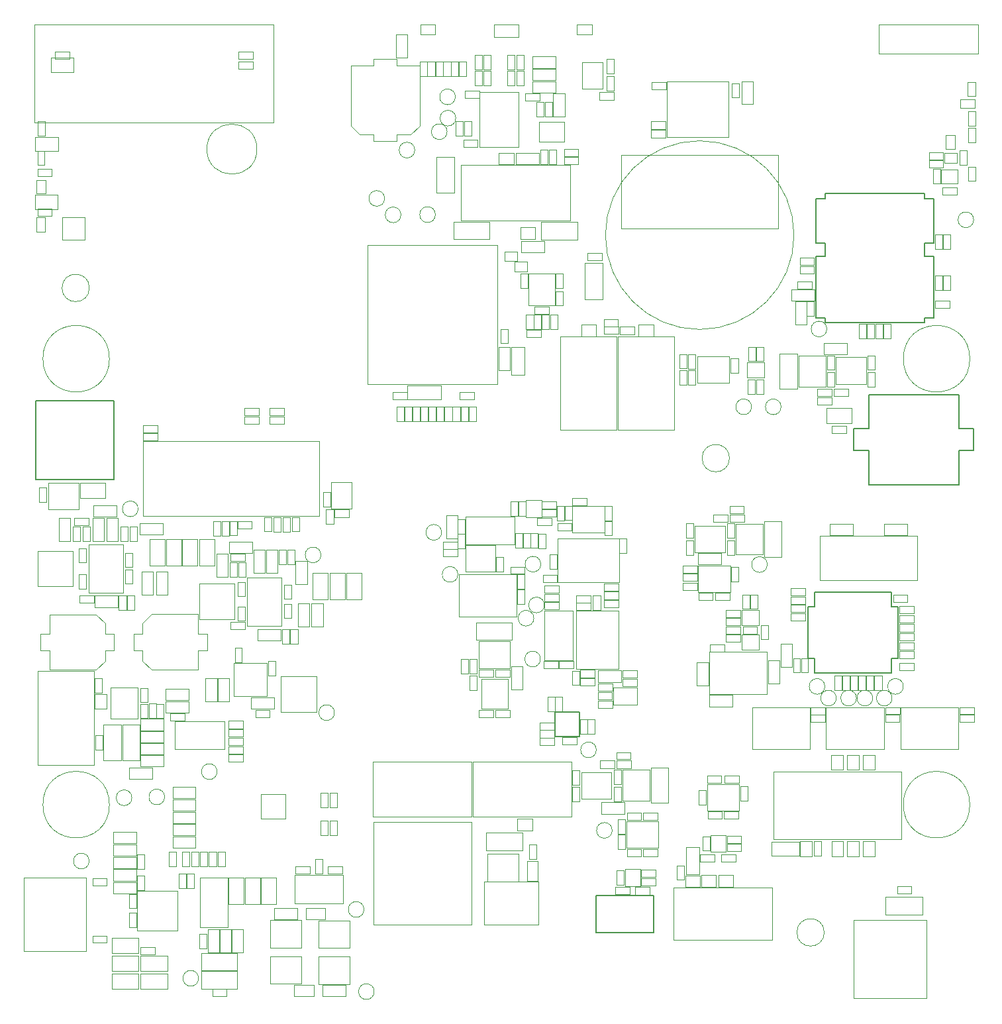
<source format=gbr>
%TF.GenerationSoftware,KiCad,Pcbnew,9.0.0*%
%TF.CreationDate,2025-03-07T13:19:33+01:00*%
%TF.ProjectId,Flatburn_V4,466c6174-6275-4726-9e5f-56342e6b6963,1*%
%TF.SameCoordinates,Original*%
%TF.FileFunction,Other,User*%
%FSLAX46Y46*%
G04 Gerber Fmt 4.6, Leading zero omitted, Abs format (unit mm)*
G04 Created by KiCad (PCBNEW 9.0.0) date 2025-03-07 13:19:33*
%MOMM*%
%LPD*%
G01*
G04 APERTURE LIST*
%ADD10C,0.050000*%
%ADD11C,0.100000*%
%ADD12C,0.152400*%
G04 APERTURE END LIST*
D10*
%TO.C,DZ1*%
X128550000Y-193070000D02*
X129950000Y-193070000D01*
X128550000Y-195570000D02*
X128550000Y-193070000D01*
X129950000Y-193070000D02*
X129950000Y-195570000D01*
X129950000Y-195570000D02*
X128550000Y-195570000D01*
%TO.C,C35*%
X73325000Y-176950000D02*
X74245000Y-176950000D01*
X73325000Y-178770000D02*
X73325000Y-176950000D01*
X74245000Y-176950000D02*
X74245000Y-178770000D01*
X74245000Y-178770000D02*
X73325000Y-178770000D01*
%TO.C,C53*%
X99260000Y-160090000D02*
X100720000Y-160090000D01*
X99260000Y-163050000D02*
X99260000Y-160090000D01*
X100720000Y-160090000D02*
X100720000Y-163050000D01*
X100720000Y-163050000D02*
X99260000Y-163050000D01*
%TO.C,TP25*%
X130300000Y-155080000D02*
G75*
G02*
X128300000Y-155080000I-1000000J0D01*
G01*
X128300000Y-155080000D02*
G75*
G02*
X130300000Y-155080000I1000000J0D01*
G01*
%TO.C,R160*%
X167500000Y-137391527D02*
X169360000Y-137391527D01*
X167500000Y-138331527D02*
X167500000Y-137391527D01*
X169360000Y-137391527D02*
X169360000Y-138331527D01*
X169360000Y-138331527D02*
X167500000Y-138331527D01*
%TO.C,TP15*%
X166872500Y-125021527D02*
G75*
G02*
X164872500Y-125021527I-1000000J0D01*
G01*
X164872500Y-125021527D02*
G75*
G02*
X166872500Y-125021527I1000000J0D01*
G01*
%TO.C,Q14*%
X135470000Y-181670000D02*
X135470000Y-185070000D01*
X135470000Y-185070000D02*
X139310000Y-185070000D01*
X139310000Y-181670000D02*
X135470000Y-181670000D01*
X139310000Y-185070000D02*
X139310000Y-181670000D01*
%TO.C,Q15*%
X150012500Y-150197000D02*
X150012500Y-153597000D01*
X150012500Y-153597000D02*
X153852500Y-153597000D01*
X153852500Y-150197000D02*
X150012500Y-150197000D01*
X153852500Y-153597000D02*
X153852500Y-150197000D01*
%TO.C,L2*%
X148900000Y-191220000D02*
X150600000Y-191220000D01*
X148900000Y-194720000D02*
X148900000Y-191220000D01*
X150600000Y-191220000D02*
X150600000Y-194720000D01*
X150600000Y-194720000D02*
X148900000Y-194720000D01*
%TO.C,C66*%
X77180000Y-155770000D02*
X78100000Y-155770000D01*
X77180000Y-157590000D02*
X77180000Y-155770000D01*
X78100000Y-155770000D02*
X78100000Y-157590000D01*
X78100000Y-157590000D02*
X77180000Y-157590000D01*
%TO.C,C70*%
X73090000Y-147550000D02*
X76050000Y-147550000D01*
X73090000Y-149010000D02*
X73090000Y-147550000D01*
X76050000Y-147550000D02*
X76050000Y-149010000D01*
X76050000Y-149010000D02*
X73090000Y-149010000D01*
%TO.C,R44*%
X90800000Y-201780000D02*
X92260000Y-201780000D01*
X90800000Y-204740000D02*
X90800000Y-201780000D01*
X92260000Y-201780000D02*
X92260000Y-204740000D01*
X92260000Y-204740000D02*
X90800000Y-204740000D01*
%TO.C,R19*%
X130230000Y-102120000D02*
X131170000Y-102120000D01*
X130230000Y-103980000D02*
X130230000Y-102120000D01*
X131170000Y-102120000D02*
X131170000Y-103980000D01*
X131170000Y-103980000D02*
X130230000Y-103980000D01*
%TO.C,TVS2*%
X174400000Y-197600000D02*
X179100000Y-197600000D01*
X174400000Y-199900000D02*
X174400000Y-197600000D01*
X179100000Y-197600000D02*
X179100000Y-199900000D01*
X179100000Y-199900000D02*
X174400000Y-199900000D01*
%TO.C,C87*%
X139980000Y-179110000D02*
X141800000Y-179110000D01*
X139980000Y-180030000D02*
X139980000Y-179110000D01*
X141800000Y-179110000D02*
X141800000Y-180030000D01*
X141800000Y-180030000D02*
X139980000Y-180030000D01*
%TO.C,R121*%
X117840000Y-90850000D02*
X118780000Y-90850000D01*
X117840000Y-92710000D02*
X117840000Y-90850000D01*
X118780000Y-90850000D02*
X118780000Y-92710000D01*
X118780000Y-92710000D02*
X117840000Y-92710000D01*
%TO.C,Q16*%
X67360000Y-144690000D02*
X67360000Y-148090000D01*
X67360000Y-148090000D02*
X71200000Y-148090000D01*
X71200000Y-144690000D02*
X67360000Y-144690000D01*
X71200000Y-148090000D02*
X71200000Y-144690000D01*
%TO.C,R15*%
X121830000Y-91990000D02*
X122770000Y-91990000D01*
X121830000Y-93850000D02*
X121830000Y-91990000D01*
X122770000Y-91990000D02*
X122770000Y-93850000D01*
X122770000Y-93850000D02*
X121830000Y-93850000D01*
%TO.C,R80*%
X160852500Y-128141527D02*
X163092500Y-128141527D01*
X160852500Y-132701527D02*
X160852500Y-128141527D01*
X163092500Y-128141527D02*
X163092500Y-132701527D01*
X163092500Y-132701527D02*
X160852500Y-132701527D01*
%TO.C,C49*%
X91570000Y-160500000D02*
X92490000Y-160500000D01*
X91570000Y-162320000D02*
X91570000Y-160500000D01*
X92490000Y-160500000D02*
X92490000Y-162320000D01*
X92490000Y-162320000D02*
X91570000Y-162320000D01*
%TO.C,C96*%
X128490000Y-125140000D02*
X130310000Y-125140000D01*
X128490000Y-126060000D02*
X128490000Y-125140000D01*
X130310000Y-125140000D02*
X130310000Y-126060000D01*
X130310000Y-126060000D02*
X128490000Y-126060000D01*
%TO.C,R210*%
X155835837Y-183485909D02*
X156775837Y-183485909D01*
X155835837Y-185345909D02*
X155835837Y-183485909D01*
X156775837Y-183485909D02*
X156775837Y-185345909D01*
X156775837Y-185345909D02*
X155835837Y-185345909D01*
%TO.C,R102*%
X148900000Y-152067000D02*
X149840000Y-152067000D01*
X148900000Y-153927000D02*
X148900000Y-152067000D01*
X149840000Y-152067000D02*
X149840000Y-153927000D01*
X149840000Y-153927000D02*
X148900000Y-153927000D01*
%TO.C,R157*%
X163400000Y-117000000D02*
X165260000Y-117000000D01*
X163400000Y-117940000D02*
X163400000Y-117000000D01*
X165260000Y-117000000D02*
X165260000Y-117940000D01*
X165260000Y-117940000D02*
X163400000Y-117940000D01*
%TO.C,C11*%
X129220000Y-91790000D02*
X132180000Y-91790000D01*
X129220000Y-93250000D02*
X129220000Y-91790000D01*
X132180000Y-91790000D02*
X132180000Y-93250000D01*
X132180000Y-93250000D02*
X129220000Y-93250000D01*
%TO.C,R29*%
X78670000Y-192190000D02*
X79610000Y-192190000D01*
X78670000Y-194050000D02*
X78670000Y-192190000D01*
X79610000Y-192190000D02*
X79610000Y-194050000D01*
X79610000Y-194050000D02*
X78670000Y-194050000D01*
%TO.C,TP8*%
X107700000Y-199220000D02*
G75*
G02*
X105700000Y-199220000I-1000000J0D01*
G01*
X105700000Y-199220000D02*
G75*
G02*
X107700000Y-199220000I1000000J0D01*
G01*
%TO.C,R136*%
X102472500Y-145850000D02*
X103412500Y-145850000D01*
X102472500Y-147710000D02*
X102472500Y-145850000D01*
X103412500Y-145850000D02*
X103412500Y-147710000D01*
X103412500Y-147710000D02*
X102472500Y-147710000D01*
%TO.C,MH4*%
X75150000Y-128820000D02*
G75*
G02*
X66650000Y-128820000I-4250000J0D01*
G01*
X66650000Y-128820000D02*
G75*
G02*
X75150000Y-128820000I4250000J0D01*
G01*
%TO.C,R117*%
X96089603Y-149069603D02*
X97029603Y-149069603D01*
X96089603Y-150929603D02*
X96089603Y-149069603D01*
X97029603Y-149069603D02*
X97029603Y-150929603D01*
X97029603Y-150929603D02*
X96089603Y-150929603D01*
%TO.C,C19*%
X79145000Y-204060000D02*
X80965000Y-204060000D01*
X79145000Y-204980000D02*
X79145000Y-204060000D01*
X80965000Y-204060000D02*
X80965000Y-204980000D01*
X80965000Y-204980000D02*
X79145000Y-204980000D01*
%TO.C,C24*%
X75460000Y-202815709D02*
X78860000Y-202815709D01*
X75460000Y-204775709D02*
X75460000Y-202815709D01*
X78860000Y-202815709D02*
X78860000Y-204775709D01*
X78860000Y-204775709D02*
X75460000Y-204775709D01*
%TO.C,C64*%
X81130000Y-156040000D02*
X82590000Y-156040000D01*
X81130000Y-159000000D02*
X81130000Y-156040000D01*
X82590000Y-156040000D02*
X82590000Y-159000000D01*
X82590000Y-159000000D02*
X81130000Y-159000000D01*
%TO.C,R168*%
X180700000Y-118230000D02*
X181640000Y-118230000D01*
X180700000Y-120090000D02*
X180700000Y-118230000D01*
X181640000Y-118230000D02*
X181640000Y-120090000D01*
X181640000Y-120090000D02*
X180700000Y-120090000D01*
%TO.C,C129*%
X132440000Y-149840000D02*
X134260000Y-149840000D01*
X132440000Y-150760000D02*
X132440000Y-149840000D01*
X134260000Y-149840000D02*
X134260000Y-150760000D01*
X134260000Y-150760000D02*
X132440000Y-150760000D01*
%TO.C,C89*%
X126500000Y-168127500D02*
X127960000Y-168127500D01*
X126500000Y-171087500D02*
X126500000Y-168127500D01*
X127960000Y-168127500D02*
X127960000Y-171087500D01*
X127960000Y-171087500D02*
X126500000Y-171087500D01*
%TO.C,C117*%
X163120000Y-118940000D02*
X164940000Y-118940000D01*
X163120000Y-119860000D02*
X163120000Y-118940000D01*
X164940000Y-118940000D02*
X164940000Y-119860000D01*
X164940000Y-119860000D02*
X163120000Y-119860000D01*
%TO.C,C51*%
X91570000Y-157370000D02*
X92490000Y-157370000D01*
X91570000Y-159190000D02*
X91570000Y-157370000D01*
X92490000Y-157370000D02*
X92490000Y-159190000D01*
X92490000Y-159190000D02*
X91570000Y-159190000D01*
%TO.C,R122*%
X115816000Y-90850000D02*
X116756000Y-90850000D01*
X115816000Y-92710000D02*
X115816000Y-90850000D01*
X116756000Y-90850000D02*
X116756000Y-92710000D01*
X116756000Y-92710000D02*
X115816000Y-92710000D01*
%TO.C,R32*%
X103105000Y-193710000D02*
X104965000Y-193710000D01*
X103105000Y-194650000D02*
X103105000Y-193710000D01*
X104965000Y-193710000D02*
X104965000Y-194650000D01*
X104965000Y-194650000D02*
X103105000Y-194650000D01*
%TO.C,C136*%
X140785000Y-169745000D02*
X142605000Y-169745000D01*
X140785000Y-170665000D02*
X140785000Y-169745000D01*
X142605000Y-169745000D02*
X142605000Y-170665000D01*
X142605000Y-170665000D02*
X140785000Y-170665000D01*
%TO.C,R99*%
X124500000Y-173762500D02*
X126360000Y-173762500D01*
X124500000Y-174702500D02*
X124500000Y-173762500D01*
X126360000Y-173762500D02*
X126360000Y-174702500D01*
X126360000Y-174702500D02*
X124500000Y-174702500D01*
%TO.C,R82*%
X158850000Y-149592000D02*
X161090000Y-149592000D01*
X158850000Y-154152000D02*
X158850000Y-149592000D01*
X161090000Y-149592000D02*
X161090000Y-154152000D01*
X161090000Y-154152000D02*
X158850000Y-154152000D01*
%TO.C,TP4*%
X109000000Y-209720000D02*
G75*
G02*
X107000000Y-209720000I-1000000J0D01*
G01*
X107000000Y-209720000D02*
G75*
G02*
X109000000Y-209720000I1000000J0D01*
G01*
%TO.C,C76*%
X89030802Y-169645588D02*
X90490802Y-169645588D01*
X89030802Y-172605588D02*
X89030802Y-169645588D01*
X90490802Y-169645588D02*
X90490802Y-172605588D01*
X90490802Y-172605588D02*
X89030802Y-172605588D01*
%TO.C,R62*%
X90630000Y-162450000D02*
X92490000Y-162450000D01*
X90630000Y-163390000D02*
X90630000Y-162450000D01*
X92490000Y-162450000D02*
X92490000Y-163390000D01*
X92490000Y-163390000D02*
X90630000Y-163390000D01*
D11*
%TO.C,TVS22*%
X142800000Y-124440000D02*
X144700000Y-124440000D01*
X142800000Y-125940000D02*
X142800000Y-124440000D01*
X144700000Y-124440000D02*
X144700000Y-125940000D01*
X144700000Y-125940000D02*
X142800000Y-125940000D01*
D10*
%TO.C,Q13*%
X168052500Y-128634027D02*
X168052500Y-132034027D01*
X168052500Y-132034027D02*
X171892500Y-132034027D01*
X171892500Y-128634027D02*
X168052500Y-128634027D01*
X171892500Y-132034027D02*
X171892500Y-128634027D01*
D12*
%TO.C,C115*%
X170321900Y-137725000D02*
X172226900Y-137725000D01*
X170321900Y-140550000D02*
X170321900Y-137725000D01*
X172226900Y-133396900D02*
X183733100Y-133396900D01*
X172226900Y-137700000D02*
X172226900Y-133396900D01*
X172226900Y-140575000D02*
X170321900Y-140575000D01*
X172226900Y-144903100D02*
X172226900Y-140575000D01*
X183733100Y-133396900D02*
X183733100Y-137725000D01*
X183733100Y-137725000D02*
X185638100Y-137725000D01*
X183733100Y-140575000D02*
X183733100Y-144903100D01*
X183733100Y-144903100D02*
X172226900Y-144903100D01*
X185632500Y-140575000D02*
X183727500Y-140575000D01*
X185638100Y-137725000D02*
X185638100Y-140575000D01*
D10*
%TO.C,C15*%
X72990000Y-202560000D02*
X74810000Y-202560000D01*
X72990000Y-203480000D02*
X72990000Y-202560000D01*
X74810000Y-202560000D02*
X74810000Y-203480000D01*
X74810000Y-203480000D02*
X72990000Y-203480000D01*
%TO.C,R132*%
X113930000Y-134960000D02*
X114870000Y-134960000D01*
X113930000Y-136820000D02*
X113930000Y-134960000D01*
X114870000Y-134960000D02*
X114870000Y-136820000D01*
X114870000Y-136820000D02*
X113930000Y-136820000D01*
%TO.C,C55*%
X97500000Y-160170000D02*
X98420000Y-160170000D01*
X97500000Y-161990000D02*
X97500000Y-160170000D01*
X98420000Y-160170000D02*
X98420000Y-161990000D01*
X98420000Y-161990000D02*
X97500000Y-161990000D01*
%TO.C,R173*%
X103360000Y-187830000D02*
X104300000Y-187830000D01*
X103360000Y-189690000D02*
X103360000Y-187830000D01*
X104300000Y-187830000D02*
X104300000Y-189690000D01*
X104300000Y-189690000D02*
X103360000Y-189690000D01*
%TO.C,U2*%
D11*
X78720000Y-201918208D02*
X83820000Y-201918208D01*
X83820000Y-196818208D01*
X78720000Y-196818208D01*
X78720000Y-201918208D01*
D10*
%TO.C,R66*%
X76536667Y-150260000D02*
X77476667Y-150260000D01*
X76536667Y-152120000D02*
X76536667Y-150260000D01*
X77476667Y-150260000D02*
X77476667Y-152120000D01*
X77476667Y-152120000D02*
X76536667Y-152120000D01*
%TO.C,C98*%
X94920000Y-149069603D02*
X95840000Y-149069603D01*
X94920000Y-150889603D02*
X94920000Y-149069603D01*
X95840000Y-149069603D02*
X95840000Y-150889603D01*
X95840000Y-150889603D02*
X94920000Y-150889603D01*
%TO.C,C57*%
X88830000Y-153730000D02*
X90290000Y-153730000D01*
X88830000Y-156690000D02*
X88830000Y-153730000D01*
X90290000Y-153730000D02*
X90290000Y-156690000D01*
X90290000Y-156690000D02*
X88830000Y-156690000D01*
%TO.C,R96*%
X172102500Y-130591527D02*
X173042500Y-130591527D01*
X172102500Y-132451527D02*
X172102500Y-130591527D01*
X173042500Y-130591527D02*
X173042500Y-132451527D01*
X173042500Y-132451527D02*
X172102500Y-132451527D01*
%TO.C,R196*%
X130000000Y-151170000D02*
X130940000Y-151170000D01*
X130000000Y-153030000D02*
X130000000Y-151170000D01*
X130940000Y-151170000D02*
X130940000Y-153030000D01*
X130940000Y-153030000D02*
X130000000Y-153030000D01*
%TO.C,LD3*%
D11*
X136820000Y-86130000D02*
X134950000Y-86130000D01*
X134950000Y-87390000D01*
X136820000Y-87390000D01*
X136820000Y-86130000D01*
D10*
%TO.C,R76*%
X76360000Y-159110000D02*
X77300000Y-159110000D01*
X76360000Y-160970000D02*
X76360000Y-159110000D01*
X77300000Y-159110000D02*
X77300000Y-160970000D01*
X77300000Y-160970000D02*
X76360000Y-160970000D01*
%TO.C,R35*%
X83220000Y-189890000D02*
X86180000Y-189890000D01*
X83220000Y-191350000D02*
X83220000Y-189890000D01*
X86180000Y-189890000D02*
X86180000Y-191350000D01*
X86180000Y-191350000D02*
X83220000Y-191350000D01*
%TO.C,R63*%
X71300000Y-159110000D02*
X73160000Y-159110000D01*
X71300000Y-160050000D02*
X71300000Y-159110000D01*
X73160000Y-159110000D02*
X73160000Y-160050000D01*
X73160000Y-160050000D02*
X71300000Y-160050000D01*
%TO.C,C106*%
X65950000Y-102250000D02*
X66870000Y-102250000D01*
X65950000Y-104070000D02*
X65950000Y-102250000D01*
X66870000Y-102250000D02*
X66870000Y-104070000D01*
X66870000Y-104070000D02*
X65950000Y-104070000D01*
%TO.C,C135*%
X130775000Y-159968000D02*
X132595000Y-159968000D01*
X130775000Y-160888000D02*
X130775000Y-159968000D01*
X132595000Y-159968000D02*
X132595000Y-160888000D01*
X132595000Y-160888000D02*
X130775000Y-160888000D01*
%TO.C,TP28*%
X119700000Y-156390000D02*
G75*
G02*
X117700000Y-156390000I-1000000J0D01*
G01*
X117700000Y-156390000D02*
G75*
G02*
X119700000Y-156390000I1000000J0D01*
G01*
%TO.C,C81*%
X124520000Y-168572500D02*
X126340000Y-168572500D01*
X124520000Y-169492500D02*
X124520000Y-168572500D01*
X126340000Y-168572500D02*
X126340000Y-169492500D01*
X126340000Y-169492500D02*
X124520000Y-169492500D01*
%TO.C,C41*%
X94530000Y-195170000D02*
X96490000Y-195170000D01*
X94530000Y-198570000D02*
X94530000Y-195170000D01*
X96490000Y-195170000D02*
X96490000Y-198570000D01*
X96490000Y-198570000D02*
X94530000Y-198570000D01*
%TO.C,C26*%
X75460000Y-207445709D02*
X78860000Y-207445709D01*
X75460000Y-209405709D02*
X75460000Y-207445709D01*
X78860000Y-207445709D02*
X78860000Y-209405709D01*
X78860000Y-209405709D02*
X75460000Y-209405709D01*
%TO.C,R193*%
X138370000Y-158610286D02*
X140230000Y-158610286D01*
X138370000Y-159550286D02*
X138370000Y-158610286D01*
X140230000Y-158610286D02*
X140230000Y-159550286D01*
X140230000Y-159550286D02*
X138370000Y-159550286D01*
%TO.C,SW1*%
X162675000Y-113020000D02*
G75*
G02*
X138565000Y-113020000I-12055000J0D01*
G01*
X138565000Y-113020000D02*
G75*
G02*
X162675000Y-113020000I12055000J0D01*
G01*
%TO.C,R153*%
X181611000Y-106961600D02*
X183471000Y-106961600D01*
X181611000Y-107901600D02*
X181611000Y-106961600D01*
X183471000Y-106961600D02*
X183471000Y-107901600D01*
X183471000Y-107901600D02*
X181611000Y-107901600D01*
%TO.C,R245*%
X153940251Y-161935644D02*
X155800251Y-161935644D01*
X153940251Y-162875644D02*
X153940251Y-161935644D01*
X155800251Y-161935644D02*
X155800251Y-162875644D01*
X155800251Y-162875644D02*
X153940251Y-162875644D01*
%TO.C,U14*%
X132435000Y-151810000D02*
X140285000Y-151810000D01*
X132435000Y-157410000D02*
X132435000Y-151810000D01*
X140285000Y-151810000D02*
X140285000Y-157410000D01*
X140285000Y-157410000D02*
X132435000Y-157410000D01*
%TO.C,R91*%
X139620000Y-181340000D02*
X140560000Y-181340000D01*
X139620000Y-183200000D02*
X139620000Y-181340000D01*
X140560000Y-181340000D02*
X140560000Y-183200000D01*
X140560000Y-183200000D02*
X139620000Y-183200000D01*
%TO.C,C52*%
X71240000Y-153060000D02*
X72160000Y-153060000D01*
X71240000Y-154880000D02*
X71240000Y-153060000D01*
X72160000Y-153060000D02*
X72160000Y-154880000D01*
X72160000Y-154880000D02*
X71240000Y-154880000D01*
%TO.C,R101*%
X134320000Y-183540000D02*
X135260000Y-183540000D01*
X134320000Y-185400000D02*
X134320000Y-183540000D01*
X135260000Y-183540000D02*
X135260000Y-185400000D01*
X135260000Y-185400000D02*
X134320000Y-185400000D01*
%TO.C,R185*%
X127430000Y-147070000D02*
X128370000Y-147070000D01*
X127430000Y-148930000D02*
X127430000Y-147070000D01*
X128370000Y-147070000D02*
X128370000Y-148930000D01*
X128370000Y-148930000D02*
X127430000Y-148930000D01*
%TO.C,C4*%
X147680000Y-193590000D02*
X148600000Y-193590000D01*
X147680000Y-195410000D02*
X147680000Y-193590000D01*
X148600000Y-193590000D02*
X148600000Y-195410000D01*
X148600000Y-195410000D02*
X147680000Y-195410000D01*
%TO.C,C85*%
X120070000Y-167242500D02*
X120990000Y-167242500D01*
X120070000Y-169062500D02*
X120070000Y-167242500D01*
X120990000Y-167242500D02*
X120990000Y-169062500D01*
X120990000Y-169062500D02*
X120070000Y-169062500D01*
%TO.C,R204*%
X140123853Y-189665772D02*
X141063853Y-189665772D01*
X140123853Y-191525772D02*
X140123853Y-189665772D01*
X141063853Y-189665772D02*
X141063853Y-191525772D01*
X141063853Y-191525772D02*
X140123853Y-191525772D01*
%TO.C,R158*%
X170987672Y-124336720D02*
X171927672Y-124336720D01*
X170987672Y-126196720D02*
X170987672Y-124336720D01*
X171927672Y-124336720D02*
X171927672Y-126196720D01*
X171927672Y-126196720D02*
X170987672Y-126196720D01*
%TO.C,Q7*%
D11*
X75287000Y-174805000D02*
X78787000Y-174805000D01*
X78787000Y-170855000D01*
X75287000Y-170855000D01*
X75287000Y-174805000D01*
%TO.C,Y1*%
X165992500Y-151450000D02*
X178392500Y-151450000D01*
X178392500Y-157150000D01*
X165992500Y-157150000D01*
X165992500Y-151450000D01*
D10*
%TO.C,C63*%
X105440000Y-156230000D02*
X107400000Y-156230000D01*
X105440000Y-159630000D02*
X105440000Y-156230000D01*
X107400000Y-156230000D02*
X107400000Y-159630000D01*
X107400000Y-159630000D02*
X105440000Y-159630000D01*
%TO.C,R57*%
X90410000Y-179420000D02*
X92270000Y-179420000D01*
X90410000Y-180360000D02*
X90410000Y-179420000D01*
X92270000Y-179420000D02*
X92270000Y-180360000D01*
X92270000Y-180360000D02*
X90410000Y-180360000D01*
%TO.C,R65*%
X70483333Y-150260000D02*
X71423333Y-150260000D01*
X70483333Y-152120000D02*
X70483333Y-150260000D01*
X71423333Y-150260000D02*
X71423333Y-152120000D01*
X71423333Y-152120000D02*
X70483333Y-152120000D01*
%TO.C,TP21*%
X161020000Y-134971527D02*
G75*
G02*
X159020000Y-134971527I-1000000J0D01*
G01*
X159020000Y-134971527D02*
G75*
G02*
X161020000Y-134971527I1000000J0D01*
G01*
%TO.C,Q10*%
D11*
X144215000Y-181370000D02*
X140715000Y-181370000D01*
X140715000Y-185320000D01*
X144215000Y-185320000D01*
X144215000Y-181370000D01*
D10*
%TO.C,R172*%
X131160000Y-172050000D02*
X132100000Y-172050000D01*
X131160000Y-173910000D02*
X131160000Y-172050000D01*
X132100000Y-172050000D02*
X132100000Y-173910000D01*
X132100000Y-173910000D02*
X131160000Y-173910000D01*
%TO.C,C166*%
X163570000Y-167120000D02*
X164490000Y-167120000D01*
X163570000Y-168940000D02*
X163570000Y-167120000D01*
X164490000Y-167120000D02*
X164490000Y-168940000D01*
X164490000Y-168940000D02*
X163570000Y-168940000D01*
%TO.C,R187*%
X135330000Y-168600000D02*
X137190000Y-168600000D01*
X135330000Y-169540000D02*
X135330000Y-168600000D01*
X137190000Y-168600000D02*
X137190000Y-169540000D01*
X137190000Y-169540000D02*
X135330000Y-169540000D01*
%TO.C,R68*%
X93595585Y-153248126D02*
X95055585Y-153248126D01*
X93595585Y-156208126D02*
X93595585Y-153248126D01*
X95055585Y-153248126D02*
X95055585Y-156208126D01*
X95055585Y-156208126D02*
X93595585Y-156208126D01*
%TO.C,R95*%
X122400000Y-173762500D02*
X124260000Y-173762500D01*
X122400000Y-174702500D02*
X122400000Y-173762500D01*
X124260000Y-173762500D02*
X124260000Y-174702500D01*
X124260000Y-174702500D02*
X122400000Y-174702500D01*
%TO.C,C151*%
X141303853Y-186875772D02*
X143123853Y-186875772D01*
X141303853Y-187795772D02*
X141303853Y-186875772D01*
X143123853Y-186875772D02*
X143123853Y-187795772D01*
X143123853Y-187795772D02*
X141303853Y-187795772D01*
%TO.C,C147*%
X151555837Y-182115909D02*
X153375837Y-182115909D01*
X151555837Y-183035909D02*
X151555837Y-182115909D01*
X153375837Y-182115909D02*
X153375837Y-183035909D01*
X153375837Y-183035909D02*
X151555837Y-183035909D01*
%TO.C,TP2*%
X119380000Y-95350000D02*
G75*
G02*
X117380000Y-95350000I-1000000J0D01*
G01*
X117380000Y-95350000D02*
G75*
G02*
X119380000Y-95350000I1000000J0D01*
G01*
%TO.C,R124*%
X114810000Y-90850000D02*
X115750000Y-90850000D01*
X114810000Y-92710000D02*
X114810000Y-90850000D01*
X115750000Y-90850000D02*
X115750000Y-92710000D01*
X115750000Y-92710000D02*
X114810000Y-92710000D01*
%TO.C,U11*%
X156700000Y-129316527D02*
X158900000Y-129316527D01*
X156700000Y-131266527D02*
X156700000Y-129316527D01*
X158900000Y-129316527D02*
X158900000Y-131266527D01*
X158900000Y-131266527D02*
X156700000Y-131266527D01*
%TO.C,C118*%
X164330000Y-121530000D02*
X165250000Y-121530000D01*
X164330000Y-123350000D02*
X164330000Y-121530000D01*
X165250000Y-121530000D02*
X165250000Y-123350000D01*
X165250000Y-123350000D02*
X164330000Y-123350000D01*
%TO.C,C105*%
X124890000Y-127370000D02*
X126350000Y-127370000D01*
X124890000Y-130330000D02*
X124890000Y-127370000D01*
X126350000Y-127370000D02*
X126350000Y-130330000D01*
X126350000Y-130330000D02*
X124890000Y-130330000D01*
%TO.C,C69*%
X74763333Y-149160000D02*
X76223333Y-149160000D01*
X74763333Y-152120000D02*
X74763333Y-149160000D01*
X76223333Y-149160000D02*
X76223333Y-152120000D01*
X76223333Y-152120000D02*
X74763333Y-152120000D01*
%TO.C,C156*%
X158440000Y-162870000D02*
X159360000Y-162870000D01*
X158440000Y-164690000D02*
X158440000Y-162870000D01*
X159360000Y-162870000D02*
X159360000Y-164690000D01*
X159360000Y-164690000D02*
X158440000Y-164690000D01*
%TO.C,R88*%
X122400000Y-168562500D02*
X124260000Y-168562500D01*
X122400000Y-169502500D02*
X122400000Y-168562500D01*
X124260000Y-168562500D02*
X124260000Y-169502500D01*
X124260000Y-169502500D02*
X122400000Y-169502500D01*
%TO.C,R175*%
X140340000Y-151810000D02*
X141280000Y-151810000D01*
X140340000Y-153670000D02*
X140340000Y-151810000D01*
X141280000Y-151810000D02*
X141280000Y-153670000D01*
X141280000Y-153670000D02*
X140340000Y-153670000D01*
%TO.C,R182*%
X132360000Y-147620000D02*
X133300000Y-147620000D01*
X132360000Y-149480000D02*
X132360000Y-147620000D01*
X133300000Y-147620000D02*
X133300000Y-149480000D01*
X133300000Y-149480000D02*
X132360000Y-149480000D01*
%TO.C,R177*%
X138480000Y-149560000D02*
X139420000Y-149560000D01*
X138480000Y-151420000D02*
X138480000Y-149560000D01*
X139420000Y-149560000D02*
X139420000Y-151420000D01*
X139420000Y-151420000D02*
X138480000Y-151420000D01*
%TO.C,Q17*%
X103532500Y-144580000D02*
X106132500Y-144580000D01*
X103532500Y-147980000D02*
X103532500Y-144580000D01*
X106132500Y-144580000D02*
X106132500Y-147980000D01*
X106132500Y-147980000D02*
X103532500Y-147980000D01*
%TO.C,R107*%
X95600000Y-136190000D02*
X97460000Y-136190000D01*
X95600000Y-137130000D02*
X95600000Y-136190000D01*
X97460000Y-136190000D02*
X97460000Y-137130000D01*
X97460000Y-137130000D02*
X95600000Y-137130000D01*
%TO.C,Q18*%
X120670000Y-152640000D02*
X120670000Y-156040000D01*
X120670000Y-156040000D02*
X124510000Y-156040000D01*
X124510000Y-152640000D02*
X120670000Y-152640000D01*
X124510000Y-156040000D02*
X124510000Y-152640000D01*
%TO.C,U20*%
X130774000Y-161003000D02*
X134376000Y-161003000D01*
X130774000Y-167353000D02*
X130774000Y-161003000D01*
X134376000Y-161003000D02*
X134376000Y-167353000D01*
X134376000Y-167353000D02*
X130774000Y-167353000D01*
%TO.C,FID3*%
X166540000Y-202150000D02*
G75*
G02*
X163040000Y-202150000I-1750000J0D01*
G01*
X163040000Y-202150000D02*
G75*
G02*
X166540000Y-202150000I1750000J0D01*
G01*
%TO.C,C141*%
X138390000Y-157585286D02*
X140210000Y-157585286D01*
X138390000Y-158505286D02*
X138390000Y-157585286D01*
X140210000Y-157585286D02*
X140210000Y-158505286D01*
X140210000Y-158505286D02*
X138390000Y-158505286D01*
%TO.C,C133*%
X132645000Y-167438000D02*
X134465000Y-167438000D01*
X132645000Y-168358000D02*
X132645000Y-167438000D01*
X134465000Y-167438000D02*
X134465000Y-168358000D01*
X134465000Y-168358000D02*
X132645000Y-168358000D01*
%TO.C,L16*%
X160980000Y-165270000D02*
X162440000Y-165270000D01*
X160980000Y-168230000D02*
X160980000Y-165270000D01*
X162440000Y-165270000D02*
X162440000Y-168230000D01*
X162440000Y-168230000D02*
X160980000Y-168230000D01*
%TO.C,C116*%
X162350000Y-119970000D02*
X165310000Y-119970000D01*
X162350000Y-121430000D02*
X162350000Y-119970000D01*
X165310000Y-119970000D02*
X165310000Y-121430000D01*
X165310000Y-121430000D02*
X162350000Y-121430000D01*
%TO.C,TP13*%
X103920000Y-174060000D02*
G75*
G02*
X101920000Y-174060000I-1000000J0D01*
G01*
X101920000Y-174060000D02*
G75*
G02*
X103920000Y-174060000I1000000J0D01*
G01*
%TO.C,R27*%
X137785000Y-94775000D02*
X139645000Y-94775000D01*
X137785000Y-95715000D02*
X137785000Y-94775000D01*
X139645000Y-94775000D02*
X139645000Y-95715000D01*
X139645000Y-95715000D02*
X137785000Y-95715000D01*
%TO.C,ANT2*%
X173507500Y-86122500D02*
X186207500Y-86122500D01*
X173507500Y-89822500D02*
X173507500Y-86122500D01*
X186207500Y-86122500D02*
X186207500Y-89822500D01*
X186207500Y-89822500D02*
X173507500Y-89822500D01*
%TO.C,Q12*%
X122730000Y-169712500D02*
X122730000Y-173552500D01*
X122730000Y-173552500D02*
X126130000Y-173552500D01*
X126130000Y-169712500D02*
X122730000Y-169712500D01*
X126130000Y-173552500D02*
X126130000Y-169712500D01*
%TO.C,R9*%
X126030000Y-89990000D02*
X126970000Y-89990000D01*
X126030000Y-91850000D02*
X126030000Y-89990000D01*
X126970000Y-89990000D02*
X126970000Y-91850000D01*
X126970000Y-91850000D02*
X126030000Y-91850000D01*
%TO.C,Q11*%
D11*
X158695000Y-149897000D02*
X155195000Y-149897000D01*
X155195000Y-153847000D01*
X158695000Y-153847000D01*
X158695000Y-149897000D01*
D10*
%TO.C,C65*%
X79270000Y-156030000D02*
X80730000Y-156030000D01*
X79270000Y-158990000D02*
X79270000Y-156030000D01*
X80730000Y-156030000D02*
X80730000Y-158990000D01*
X80730000Y-158990000D02*
X79270000Y-158990000D01*
%TO.C,C82*%
X166912500Y-128411527D02*
X167832500Y-128411527D01*
X166912500Y-130231527D02*
X166912500Y-128411527D01*
X167832500Y-128411527D02*
X167832500Y-130231527D01*
X167832500Y-130231527D02*
X166912500Y-130231527D01*
%TO.C,C38*%
X78230000Y-163989204D02*
X78230000Y-166089204D01*
X78230000Y-166089204D02*
X79380000Y-166089204D01*
X79380000Y-162639204D02*
X79380000Y-163989204D01*
X79380000Y-162639204D02*
X80530000Y-161489204D01*
X79380000Y-163989204D02*
X78230000Y-163989204D01*
X79380000Y-166089204D02*
X79380000Y-167439204D01*
X79380000Y-167439204D02*
X80530000Y-168589204D01*
X80530000Y-161489204D02*
X86480000Y-161489204D01*
X80530000Y-168589204D02*
X86480000Y-168589204D01*
X86480000Y-161489204D02*
X86480000Y-163989204D01*
X86480000Y-163989204D02*
X87630000Y-163989204D01*
X86480000Y-166089204D02*
X86480000Y-168589204D01*
X87630000Y-163989204D02*
X87630000Y-166089204D01*
X87630000Y-166089204D02*
X86480000Y-166089204D01*
%TO.C,TVS20*%
X135950000Y-116570000D02*
X138250000Y-116570000D01*
X135950000Y-121270000D02*
X135950000Y-116570000D01*
X138250000Y-116570000D02*
X138250000Y-121270000D01*
X138250000Y-121270000D02*
X135950000Y-121270000D01*
%TO.C,C56*%
X94120000Y-163390000D02*
X97080000Y-163390000D01*
X94120000Y-164850000D02*
X94120000Y-163390000D01*
X97080000Y-163390000D02*
X97080000Y-164850000D01*
X97080000Y-164850000D02*
X94120000Y-164850000D01*
%TO.C,R188*%
X130755000Y-157838000D02*
X132615000Y-157838000D01*
X130755000Y-158778000D02*
X130755000Y-157838000D01*
X132615000Y-157838000D02*
X132615000Y-158778000D01*
X132615000Y-158778000D02*
X130755000Y-158778000D01*
%TO.C,R229*%
X169870000Y-169320000D02*
X170810000Y-169320000D01*
X169870000Y-171180000D02*
X169870000Y-169320000D01*
X170810000Y-169320000D02*
X170810000Y-171180000D01*
X170810000Y-171180000D02*
X169870000Y-171180000D01*
%TO.C,R197*%
X127020000Y-151130000D02*
X127960000Y-151130000D01*
X127020000Y-152990000D02*
X127020000Y-151130000D01*
X127960000Y-151130000D02*
X127960000Y-152990000D01*
X127960000Y-152990000D02*
X127020000Y-152990000D01*
%TO.C,C50*%
X71240000Y-156390000D02*
X72160000Y-156390000D01*
X71240000Y-158210000D02*
X71240000Y-156390000D01*
X72160000Y-156390000D02*
X72160000Y-158210000D01*
X72160000Y-158210000D02*
X71240000Y-158210000D01*
D11*
%TO.C,J3*%
X120100000Y-104090000D02*
X134100000Y-104090000D01*
X120100000Y-111130000D02*
X120100000Y-104090000D01*
X134100000Y-104090000D02*
X134100000Y-111130000D01*
X134100000Y-111130000D02*
X120100000Y-111130000D01*
D10*
%TO.C,R222*%
X140000000Y-194240000D02*
X140940000Y-194240000D01*
X140000000Y-196100000D02*
X140000000Y-194240000D01*
X140940000Y-194240000D02*
X140940000Y-196100000D01*
X140940000Y-196100000D02*
X140000000Y-196100000D01*
%TO.C,J11*%
X69140000Y-113620000D02*
X72015000Y-113620000D01*
X72015000Y-110720000D01*
X69140000Y-110720000D01*
X69140000Y-113620000D01*
%TO.C,U22*%
X119840000Y-156390000D02*
X127240000Y-156390000D01*
X119840000Y-161790000D02*
X119840000Y-156390000D01*
X127240000Y-156390000D02*
X127240000Y-161790000D01*
X127240000Y-161790000D02*
X119840000Y-161790000D01*
%TO.C,C126*%
X135310000Y-174920000D02*
X136230000Y-174920000D01*
X135310000Y-176740000D02*
X135310000Y-174920000D01*
X136230000Y-174920000D02*
X136230000Y-176740000D01*
X136230000Y-176740000D02*
X135310000Y-176740000D01*
%TO.C,TP29*%
X117620000Y-151014446D02*
G75*
G02*
X115620000Y-151014446I-1000000J0D01*
G01*
X115620000Y-151014446D02*
G75*
G02*
X117620000Y-151014446I1000000J0D01*
G01*
%TO.C,R1*%
X128780000Y-190940000D02*
X129720000Y-190940000D01*
X128780000Y-192800000D02*
X128780000Y-190940000D01*
X129720000Y-190940000D02*
X129720000Y-192800000D01*
X129720000Y-192800000D02*
X128780000Y-192800000D01*
D11*
%TO.C,U21*%
X139605000Y-170815000D02*
X142605000Y-170815000D01*
X139605000Y-173015000D02*
X139605000Y-170815000D01*
X142605000Y-170815000D02*
X142605000Y-173015000D01*
X142605000Y-173015000D02*
X139605000Y-173015000D01*
D10*
%TO.C,C6*%
X130865000Y-96010000D02*
X131785000Y-96010000D01*
X130865000Y-97830000D02*
X130865000Y-96010000D01*
X131785000Y-96010000D02*
X131785000Y-97830000D01*
X131785000Y-97830000D02*
X130865000Y-97830000D01*
%TO.C,R54*%
X85610000Y-191881626D02*
X86550000Y-191881626D01*
X85610000Y-193741626D02*
X85610000Y-191881626D01*
X86550000Y-191881626D02*
X86550000Y-193741626D01*
X86550000Y-193741626D02*
X85610000Y-193741626D01*
%TO.C,R85*%
X139960000Y-180200000D02*
X141820000Y-180200000D01*
X139960000Y-181140000D02*
X139960000Y-180200000D01*
X141820000Y-180200000D02*
X141820000Y-181140000D01*
X141820000Y-181140000D02*
X139960000Y-181140000D01*
%TO.C,Q2*%
D11*
X101915000Y-205267000D02*
X105865000Y-205267000D01*
X105865000Y-208767000D01*
X101915000Y-208767000D01*
X101915000Y-205267000D01*
D10*
%TO.C,TP5*%
X78020000Y-184940000D02*
G75*
G02*
X76020000Y-184940000I-1000000J0D01*
G01*
X76020000Y-184940000D02*
G75*
G02*
X78020000Y-184940000I1000000J0D01*
G01*
%TO.C,R161*%
X180688203Y-112960000D02*
X181628203Y-112960000D01*
X180688203Y-114820000D02*
X180688203Y-112960000D01*
X181628203Y-112960000D02*
X181628203Y-114820000D01*
X181628203Y-114820000D02*
X180688203Y-114820000D01*
%TO.C,U23*%
X120670000Y-149035000D02*
X126970000Y-149035000D01*
X120670000Y-152585000D02*
X120670000Y-149035000D01*
X126970000Y-149035000D02*
X126970000Y-152585000D01*
X126970000Y-152585000D02*
X120670000Y-152585000D01*
%TO.C,C34*%
X88300000Y-209390000D02*
X90120000Y-209390000D01*
X88300000Y-210310000D02*
X88300000Y-209390000D01*
X90120000Y-209390000D02*
X90120000Y-210310000D01*
X90120000Y-210310000D02*
X88300000Y-210310000D01*
D11*
%TO.C,TVS11*%
X167472500Y-190505000D02*
X168972500Y-190505000D01*
X167472500Y-192405000D02*
X167472500Y-190505000D01*
X168972500Y-190505000D02*
X168972500Y-192405000D01*
X168972500Y-192405000D02*
X167472500Y-192405000D01*
D10*
%TO.C,C119*%
X162810000Y-121520000D02*
X164270000Y-121520000D01*
X162810000Y-124480000D02*
X162810000Y-121520000D01*
X164270000Y-121520000D02*
X164270000Y-124480000D01*
X164270000Y-124480000D02*
X162810000Y-124480000D01*
D11*
%TO.C,F2*%
X108845000Y-180305000D02*
X121455000Y-180305000D01*
X108845000Y-187335000D02*
X108845000Y-180305000D01*
X121455000Y-180305000D02*
X121455000Y-187335000D01*
X121455000Y-187335000D02*
X108845000Y-187335000D01*
D10*
%TO.C,L6*%
X97100802Y-169425588D02*
X101620802Y-169425588D01*
X97100802Y-173945588D02*
X97100802Y-169425588D01*
X101620802Y-169425588D02*
X101620802Y-173945588D01*
X101620802Y-173945588D02*
X97100802Y-173945588D01*
%TO.C,C9*%
X133290000Y-103060000D02*
X135110000Y-103060000D01*
X133290000Y-103980000D02*
X133290000Y-103060000D01*
X135110000Y-103060000D02*
X135110000Y-103980000D01*
X135110000Y-103980000D02*
X133290000Y-103980000D01*
%TO.C,C90*%
X166492500Y-126791527D02*
X169452500Y-126791527D01*
X166492500Y-128251527D02*
X166492500Y-126791527D01*
X169452500Y-126791527D02*
X169452500Y-128251527D01*
X169452500Y-128251527D02*
X166492500Y-128251527D01*
%TO.C,C101*%
X79490000Y-138350000D02*
X81310000Y-138350000D01*
X79490000Y-139270000D02*
X79490000Y-138350000D01*
X81310000Y-138350000D02*
X81310000Y-139270000D01*
X81310000Y-139270000D02*
X79490000Y-139270000D01*
%TO.C,R21*%
X85030000Y-194670000D02*
X85970000Y-194670000D01*
X85030000Y-196530000D02*
X85030000Y-194670000D01*
X85970000Y-194670000D02*
X85970000Y-196530000D01*
X85970000Y-196530000D02*
X85030000Y-196530000D01*
%TO.C,U15*%
X94540300Y-184480330D02*
X97640300Y-184480330D01*
X94540300Y-187580330D02*
X94540300Y-184480330D01*
X97640300Y-184480330D02*
X97640300Y-187580330D01*
X97640300Y-187580330D02*
X94540300Y-187580330D01*
%TO.C,U29*%
X141065000Y-194070000D02*
X143015000Y-194070000D01*
X141065000Y-196270000D02*
X141065000Y-194070000D01*
X143015000Y-194070000D02*
X143015000Y-196270000D01*
X143015000Y-196270000D02*
X141065000Y-196270000D01*
%TO.C,R154*%
X183811000Y-102201600D02*
X184751000Y-102201600D01*
X183811000Y-104061600D02*
X183811000Y-102201600D01*
X184751000Y-102201600D02*
X184751000Y-104061600D01*
X184751000Y-104061600D02*
X183811000Y-104061600D01*
%TO.C,R242*%
X162290000Y-159223333D02*
X164150000Y-159223333D01*
X162290000Y-160163333D02*
X162290000Y-159223333D01*
X164150000Y-159223333D02*
X164150000Y-160163333D01*
X164150000Y-160163333D02*
X162290000Y-160163333D01*
%TO.C,J6*%
X147300000Y-196438301D02*
X147300000Y-203138301D01*
X147300000Y-203138301D02*
X159900000Y-203138301D01*
X159900000Y-196438301D02*
X147300000Y-196438301D01*
X159900000Y-203138301D02*
X159900000Y-196438301D01*
%TO.C,R13*%
X127230000Y-92005000D02*
X128170000Y-92005000D01*
X127230000Y-93865000D02*
X127230000Y-92005000D01*
X128170000Y-92005000D02*
X128170000Y-93865000D01*
X128170000Y-93865000D02*
X127230000Y-93865000D01*
%TO.C,R30*%
X101465000Y-192790000D02*
X102405000Y-192790000D01*
X101465000Y-194650000D02*
X101465000Y-192790000D01*
X102405000Y-192790000D02*
X102405000Y-194650000D01*
X102405000Y-194650000D02*
X101465000Y-194650000D01*
%TO.C,R14*%
X127230000Y-89990000D02*
X128170000Y-89990000D01*
X127230000Y-91850000D02*
X127230000Y-89990000D01*
X128170000Y-89990000D02*
X128170000Y-91850000D01*
X128170000Y-91850000D02*
X127230000Y-91850000D01*
%TO.C,R179*%
X130180000Y-177290000D02*
X132040000Y-177290000D01*
X130180000Y-178230000D02*
X130180000Y-177290000D01*
X132040000Y-177290000D02*
X132040000Y-178230000D01*
X132040000Y-178230000D02*
X130180000Y-178230000D01*
%TO.C,U25*%
X150440000Y-155250000D02*
X150440000Y-158650000D01*
X150440000Y-158650000D02*
X154540000Y-158650000D01*
X154540000Y-155250000D02*
X150440000Y-155250000D01*
X154540000Y-158650000D02*
X154540000Y-155250000D01*
%TO.C,R240*%
X162290000Y-160296667D02*
X164150000Y-160296667D01*
X162290000Y-161236667D02*
X162290000Y-160296667D01*
X164150000Y-160296667D02*
X164150000Y-161236667D01*
X164150000Y-161236667D02*
X162290000Y-161236667D01*
%TO.C,R213*%
X148464235Y-155244071D02*
X150324235Y-155244071D01*
X148464235Y-156184071D02*
X148464235Y-155244071D01*
X150324235Y-155244071D02*
X150324235Y-156184071D01*
X150324235Y-156184071D02*
X148464235Y-156184071D01*
%TO.C,R33*%
X98905000Y-193710000D02*
X100765000Y-193710000D01*
X98905000Y-194650000D02*
X98905000Y-193710000D01*
X100765000Y-193710000D02*
X100765000Y-194650000D01*
X100765000Y-194650000D02*
X98905000Y-194650000D01*
%TO.C,R127*%
X118814000Y-90860000D02*
X119754000Y-90860000D01*
X118814000Y-92720000D02*
X118814000Y-90860000D01*
X119754000Y-90860000D02*
X119754000Y-92720000D01*
X119754000Y-92720000D02*
X118814000Y-92720000D01*
%TO.C,C72*%
X86670000Y-151910000D02*
X88630000Y-151910000D01*
X86670000Y-155310000D02*
X86670000Y-151910000D01*
X88630000Y-151910000D02*
X88630000Y-155310000D01*
X88630000Y-155310000D02*
X86670000Y-155310000D01*
%TO.C,C21*%
X83220000Y-186730000D02*
X86180000Y-186730000D01*
X83220000Y-188190000D02*
X83220000Y-186730000D01*
X86180000Y-186730000D02*
X86180000Y-188190000D01*
X86180000Y-188190000D02*
X83220000Y-188190000D01*
%TO.C,C121*%
X184931000Y-104281600D02*
X185851000Y-104281600D01*
X184931000Y-106101600D02*
X184931000Y-104281600D01*
X185851000Y-104281600D02*
X185851000Y-106101600D01*
X185851000Y-106101600D02*
X184931000Y-106101600D01*
%TO.C,R31*%
X73265000Y-169705000D02*
X74205000Y-169705000D01*
X73265000Y-171565000D02*
X73265000Y-169705000D01*
X74205000Y-169705000D02*
X74205000Y-171565000D01*
X74205000Y-171565000D02*
X73265000Y-171565000D01*
%TO.C,C149*%
X148484235Y-156294071D02*
X150304235Y-156294071D01*
X148484235Y-157214071D02*
X148484235Y-156294071D01*
X150304235Y-156294071D02*
X150304235Y-157214071D01*
X150304235Y-157214071D02*
X148484235Y-157214071D01*
%TO.C,R170*%
X133010000Y-177190000D02*
X134870000Y-177190000D01*
X133010000Y-178130000D02*
X133010000Y-177190000D01*
X134870000Y-177190000D02*
X134870000Y-178130000D01*
X134870000Y-178130000D02*
X133010000Y-178130000D01*
%TO.C,U34*%
X166760000Y-173350000D02*
X174160000Y-173350000D01*
X166760000Y-178750000D02*
X166760000Y-173350000D01*
X174160000Y-173350000D02*
X174160000Y-178750000D01*
X174160000Y-178750000D02*
X166760000Y-178750000D01*
%TO.C,C61*%
X101150000Y-156230000D02*
X103110000Y-156230000D01*
X101150000Y-159630000D02*
X101150000Y-156230000D01*
X103110000Y-156230000D02*
X103110000Y-159630000D01*
X103110000Y-159630000D02*
X101150000Y-159630000D01*
%TO.C,R212*%
X154610000Y-155470000D02*
X155550000Y-155470000D01*
X154610000Y-157330000D02*
X154610000Y-155470000D01*
X155550000Y-155470000D02*
X155550000Y-157330000D01*
X155550000Y-157330000D02*
X154610000Y-157330000D01*
%TO.C,R72*%
X71736667Y-150260000D02*
X72676667Y-150260000D01*
X71736667Y-152120000D02*
X71736667Y-150260000D01*
X72676667Y-150260000D02*
X72676667Y-152120000D01*
X72676667Y-152120000D02*
X71736667Y-152120000D01*
%TO.C,TP32*%
X170650000Y-172200000D02*
G75*
G02*
X168650000Y-172200000I-1000000J0D01*
G01*
X168650000Y-172200000D02*
G75*
G02*
X170650000Y-172200000I1000000J0D01*
G01*
D11*
%TO.C,J10*%
X108167095Y-114292911D02*
X124767095Y-114292911D01*
X108167095Y-132042911D02*
X108167095Y-114292911D01*
X124767095Y-114292911D02*
X124767095Y-132042911D01*
X124767095Y-132042911D02*
X108167095Y-132042911D01*
D10*
%TO.C,R73*%
X70630000Y-149150000D02*
X72490000Y-149150000D01*
X70630000Y-150090000D02*
X70630000Y-149150000D01*
X72490000Y-149150000D02*
X72490000Y-150090000D01*
X72490000Y-150090000D02*
X70630000Y-150090000D01*
%TO.C,R119*%
X88460000Y-149570000D02*
X89400000Y-149570000D01*
X88460000Y-151430000D02*
X88460000Y-149570000D01*
X89400000Y-149570000D02*
X89400000Y-151430000D01*
X89400000Y-151430000D02*
X88460000Y-151430000D01*
%TO.C,R241*%
X162290000Y-158150000D02*
X164150000Y-158150000D01*
X162290000Y-159090000D02*
X162290000Y-158150000D01*
X164150000Y-158150000D02*
X164150000Y-159090000D01*
X164150000Y-159090000D02*
X162290000Y-159090000D01*
%TO.C,R43*%
X89000000Y-191881626D02*
X89940000Y-191881626D01*
X89000000Y-193741626D02*
X89000000Y-191881626D01*
X89940000Y-191881626D02*
X89940000Y-193741626D01*
X89940000Y-193741626D02*
X89000000Y-193741626D01*
%TO.C,C94*%
X132190000Y-120210000D02*
X133110000Y-120210000D01*
X132190000Y-122030000D02*
X132190000Y-120210000D01*
X133110000Y-120210000D02*
X133110000Y-122030000D01*
X133110000Y-122030000D02*
X132190000Y-122030000D01*
%TO.C,R223*%
X151002973Y-189861168D02*
X151942973Y-189861168D01*
X151002973Y-191721168D02*
X151002973Y-189861168D01*
X151942973Y-189861168D02*
X151942973Y-191721168D01*
X151942973Y-191721168D02*
X151002973Y-191721168D01*
%TO.C,Q3*%
D11*
X99655000Y-208717000D02*
X95705000Y-208717000D01*
X95705000Y-205217000D01*
X99655000Y-205217000D01*
X99655000Y-208717000D01*
D10*
%TO.C,R235*%
X176170000Y-162760000D02*
X178030000Y-162760000D01*
X176170000Y-163700000D02*
X176170000Y-162760000D01*
X178030000Y-162760000D02*
X178030000Y-163700000D01*
X178030000Y-163700000D02*
X176170000Y-163700000D01*
%TO.C,J8*%
X98860000Y-194820000D02*
X98860000Y-198420000D01*
X98860000Y-198420000D02*
X105010000Y-198420000D01*
X105010000Y-194820000D02*
X98860000Y-194820000D01*
X105010000Y-198420000D02*
X105010000Y-194820000D01*
%TO.C,R116*%
X97339603Y-149069603D02*
X98279603Y-149069603D01*
X97339603Y-150929603D02*
X97339603Y-149069603D01*
X98279603Y-149069603D02*
X98279603Y-150929603D01*
X98279603Y-150929603D02*
X97339603Y-150929603D01*
%TO.C,R113*%
X138370000Y-124730000D02*
X140230000Y-124730000D01*
X138370000Y-125670000D02*
X138370000Y-124730000D01*
X140230000Y-124730000D02*
X140230000Y-125670000D01*
X140230000Y-125670000D02*
X138370000Y-125670000D01*
%TO.C,R203*%
X124570000Y-154180000D02*
X125510000Y-154180000D01*
X124570000Y-156040000D02*
X124570000Y-154180000D01*
X125510000Y-154180000D02*
X125510000Y-156040000D01*
X125510000Y-156040000D02*
X124570000Y-156040000D01*
%TO.C,U19*%
X134845000Y-161050000D02*
X140245000Y-161050000D01*
X134845000Y-168450000D02*
X134845000Y-161050000D01*
X140245000Y-161050000D02*
X140245000Y-168450000D01*
X140245000Y-168450000D02*
X134845000Y-168450000D01*
%TO.C,R104*%
X131500000Y-123180000D02*
X132440000Y-123180000D01*
X131500000Y-125040000D02*
X131500000Y-123180000D01*
X132440000Y-123180000D02*
X132440000Y-125040000D01*
X132440000Y-125040000D02*
X131500000Y-125040000D01*
%TO.C,TP12*%
X78820972Y-148014148D02*
G75*
G02*
X76820972Y-148014148I-1000000J0D01*
G01*
X76820972Y-148014148D02*
G75*
G02*
X78820972Y-148014148I1000000J0D01*
G01*
%TO.C,Q9*%
D11*
X163247500Y-132396527D02*
X166747500Y-132396527D01*
X166747500Y-128446527D01*
X163247500Y-128446527D01*
X163247500Y-132396527D01*
D10*
%TO.C,C160*%
X154092973Y-190831168D02*
X155912973Y-190831168D01*
X154092973Y-191751168D02*
X154092973Y-190831168D01*
X155912973Y-190831168D02*
X155912973Y-191751168D01*
X155912973Y-191751168D02*
X154092973Y-191751168D01*
%TO.C,R125*%
X116834000Y-90850000D02*
X117774000Y-90850000D01*
X116834000Y-92710000D02*
X116834000Y-90850000D01*
X117774000Y-90850000D02*
X117774000Y-92710000D01*
X117774000Y-92710000D02*
X116834000Y-92710000D01*
%TO.C,R176*%
X131430000Y-153820000D02*
X132370000Y-153820000D01*
X131430000Y-155680000D02*
X131430000Y-153820000D01*
X132370000Y-153820000D02*
X132370000Y-155680000D01*
X132370000Y-155680000D02*
X131430000Y-155680000D01*
%TO.C,C102*%
X154730000Y-93610000D02*
X155650000Y-93610000D01*
X154730000Y-95430000D02*
X154730000Y-93610000D01*
X155650000Y-93610000D02*
X155650000Y-95430000D01*
X155650000Y-95430000D02*
X154730000Y-95430000D01*
D11*
%TO.C,TVS14*%
X169472500Y-179460000D02*
X170972500Y-179460000D01*
X169472500Y-181360000D02*
X169472500Y-179460000D01*
X170972500Y-179460000D02*
X170972500Y-181360000D01*
X170972500Y-181360000D02*
X169472500Y-181360000D01*
D10*
%TO.C,R105*%
X129480000Y-122130000D02*
X131340000Y-122130000D01*
X129480000Y-123070000D02*
X129480000Y-122130000D01*
X131340000Y-122130000D02*
X131340000Y-123070000D01*
X131340000Y-123070000D02*
X129480000Y-123070000D01*
%TO.C,R181*%
X138480000Y-147650000D02*
X139420000Y-147650000D01*
X138480000Y-149510000D02*
X138480000Y-147650000D01*
X139420000Y-147650000D02*
X139420000Y-149510000D01*
X139420000Y-149510000D02*
X138480000Y-149510000D01*
%TO.C,C139*%
X134860000Y-160050000D02*
X136680000Y-160050000D01*
X134860000Y-160970000D02*
X134860000Y-160050000D01*
X136680000Y-160050000D02*
X136680000Y-160970000D01*
X136680000Y-160970000D02*
X134860000Y-160970000D01*
%TO.C,U1*%
D11*
X127500000Y-94725000D02*
X122500000Y-94725000D01*
X122500000Y-101725000D01*
X127500000Y-101725000D01*
X127500000Y-94725000D01*
D10*
%TO.C,R156*%
X163400000Y-115913855D02*
X165260000Y-115913855D01*
X163400000Y-116853855D02*
X163400000Y-115913855D01*
X165260000Y-115913855D02*
X165260000Y-116853855D01*
X165260000Y-116853855D02*
X163400000Y-116853855D01*
%TO.C,C48*%
X81180000Y-172950000D02*
X82100000Y-172950000D01*
X81180000Y-174770000D02*
X81180000Y-172950000D01*
X82100000Y-172950000D02*
X82100000Y-174770000D01*
X82100000Y-174770000D02*
X81180000Y-174770000D01*
%TO.C,Q1*%
D11*
X127425000Y-195639000D02*
X123475000Y-195639000D01*
X123475000Y-192139000D01*
X127425000Y-192139000D01*
X127425000Y-195639000D01*
D10*
%TO.C,L5*%
X65990000Y-153380000D02*
X70510000Y-153380000D01*
X65990000Y-157900000D02*
X65990000Y-153380000D01*
X70510000Y-153380000D02*
X70510000Y-157900000D01*
X70510000Y-157900000D02*
X65990000Y-157900000D01*
%TO.C,R56*%
X90410000Y-176195000D02*
X92270000Y-176195000D01*
X90410000Y-177135000D02*
X90410000Y-176195000D01*
X92270000Y-176195000D02*
X92270000Y-177135000D01*
X92270000Y-177135000D02*
X90410000Y-177135000D01*
%TO.C,R74*%
X97210000Y-163390000D02*
X98150000Y-163390000D01*
X97210000Y-165250000D02*
X97210000Y-163390000D01*
X98150000Y-163390000D02*
X98150000Y-165250000D01*
X98150000Y-165250000D02*
X97210000Y-165250000D01*
D11*
%TO.C,TVS5*%
X127700000Y-112000000D02*
X129600000Y-112000000D01*
X127700000Y-113500000D02*
X127700000Y-112000000D01*
X129600000Y-112000000D02*
X129600000Y-113500000D01*
X129600000Y-113500000D02*
X127700000Y-113500000D01*
D10*
%TO.C,C172*%
X174360000Y-174340000D02*
X176180000Y-174340000D01*
X174360000Y-175260000D02*
X174360000Y-174340000D01*
X176180000Y-174340000D02*
X176180000Y-175260000D01*
X176180000Y-175260000D02*
X174360000Y-175260000D01*
%TO.C,R24*%
X138705000Y-92715000D02*
X139645000Y-92715000D01*
X138705000Y-94575000D02*
X138705000Y-92715000D01*
X139645000Y-92715000D02*
X139645000Y-94575000D01*
X139645000Y-94575000D02*
X138705000Y-94575000D01*
%TO.C,C73*%
X84470000Y-151910000D02*
X86430000Y-151910000D01*
X84470000Y-155310000D02*
X84470000Y-151910000D01*
X86430000Y-151910000D02*
X86430000Y-155310000D01*
X86430000Y-155310000D02*
X84470000Y-155310000D01*
%TO.C,R164*%
X179911000Y-103481600D02*
X181771000Y-103481600D01*
X179911000Y-104421600D02*
X179911000Y-103481600D01*
X181771000Y-103481600D02*
X181771000Y-104421600D01*
X181771000Y-104421600D02*
X179911000Y-104421600D01*
%TO.C,C124*%
X102160000Y-184330000D02*
X103080000Y-184330000D01*
X102160000Y-186150000D02*
X102160000Y-184330000D01*
X103080000Y-184330000D02*
X103080000Y-186150000D01*
X103080000Y-186150000D02*
X102160000Y-186150000D01*
%TO.C,R100*%
X172102500Y-128391527D02*
X173042500Y-128391527D01*
X172102500Y-130251527D02*
X172102500Y-128391527D01*
X173042500Y-128391527D02*
X173042500Y-130251527D01*
X173042500Y-130251527D02*
X172102500Y-130251527D01*
%TO.C,R87*%
X121160000Y-169302500D02*
X122100000Y-169302500D01*
X121160000Y-171162500D02*
X121160000Y-169302500D01*
X122100000Y-169302500D02*
X122100000Y-171162500D01*
X122100000Y-171162500D02*
X121160000Y-171162500D01*
D11*
%TO.C,TVS17*%
X150805000Y-194850000D02*
X152705000Y-194850000D01*
X150805000Y-196350000D02*
X150805000Y-194850000D01*
X152705000Y-194850000D02*
X152705000Y-196350000D01*
X152705000Y-196350000D02*
X150805000Y-196350000D01*
D10*
%TO.C,R10*%
X122930000Y-91990000D02*
X123870000Y-91990000D01*
X122930000Y-93850000D02*
X122930000Y-91990000D01*
X123870000Y-91990000D02*
X123870000Y-93850000D01*
X123870000Y-93850000D02*
X122930000Y-93850000D01*
%TO.C,R138*%
X116990000Y-134960000D02*
X117930000Y-134960000D01*
X116990000Y-136820000D02*
X116990000Y-134960000D01*
X117930000Y-134960000D02*
X117930000Y-136820000D01*
X117930000Y-136820000D02*
X116990000Y-136820000D01*
%TO.C,ANT1*%
X65595000Y-86122500D02*
X96095000Y-86122500D01*
X65595000Y-98622500D02*
X65595000Y-86122500D01*
X96095000Y-86122500D02*
X96095000Y-98622500D01*
X96095000Y-98622500D02*
X65595000Y-98622500D01*
%TO.C,R226*%
X167810000Y-169320000D02*
X168750000Y-169320000D01*
X167810000Y-171180000D02*
X167810000Y-169320000D01*
X168750000Y-169320000D02*
X168750000Y-171180000D01*
X168750000Y-171180000D02*
X167810000Y-171180000D01*
%TO.C,C45*%
X82370000Y-171040000D02*
X85330000Y-171040000D01*
X82370000Y-172500000D02*
X82370000Y-171040000D01*
X85330000Y-171040000D02*
X85330000Y-172500000D01*
X85330000Y-172500000D02*
X82370000Y-172500000D01*
%TO.C,R93*%
X154100000Y-149867000D02*
X155040000Y-149867000D01*
X154100000Y-151727000D02*
X154100000Y-149867000D01*
X155040000Y-149867000D02*
X155040000Y-151727000D01*
X155040000Y-151727000D02*
X154100000Y-151727000D01*
%TO.C,TVS3*%
X130100000Y-98520000D02*
X133300000Y-98520000D01*
X130100000Y-101120000D02*
X130100000Y-98520000D01*
X133300000Y-98520000D02*
X133300000Y-101120000D01*
X133300000Y-101120000D02*
X130100000Y-101120000D01*
%TO.C,C29*%
X75640000Y-194088208D02*
X78600000Y-194088208D01*
X75640000Y-195548208D02*
X75640000Y-194088208D01*
X78600000Y-194088208D02*
X78600000Y-195548208D01*
X78600000Y-195548208D02*
X75640000Y-195548208D01*
%TO.C,C68*%
X68710000Y-149160000D02*
X70170000Y-149160000D01*
X68710000Y-152120000D02*
X68710000Y-149160000D01*
X70170000Y-149160000D02*
X70170000Y-152120000D01*
X70170000Y-152120000D02*
X68710000Y-152120000D01*
D11*
%TO.C,TVS21*%
X135460000Y-124440000D02*
X137360000Y-124440000D01*
X135460000Y-125940000D02*
X135460000Y-124440000D01*
X137360000Y-124440000D02*
X137360000Y-125940000D01*
X137360000Y-125940000D02*
X135460000Y-125940000D01*
D10*
%TO.C,C132*%
X137615000Y-171415000D02*
X139435000Y-171415000D01*
X137615000Y-172335000D02*
X137615000Y-171415000D01*
X139435000Y-171415000D02*
X139435000Y-172335000D01*
X139435000Y-172335000D02*
X137615000Y-172335000D01*
%TO.C,MH3*%
X75150000Y-185820000D02*
G75*
G02*
X66650000Y-185820000I-4250000J0D01*
G01*
X66650000Y-185820000D02*
G75*
G02*
X75150000Y-185820000I4250000J0D01*
G01*
%TO.C,C42*%
X92460000Y-195170000D02*
X94420000Y-195170000D01*
X92460000Y-198570000D02*
X92460000Y-195170000D01*
X94420000Y-195170000D02*
X94420000Y-198570000D01*
X94420000Y-198570000D02*
X92460000Y-198570000D01*
%TO.C,J2*%
X170330000Y-200550000D02*
X170330000Y-210550000D01*
X170330000Y-210550000D02*
X179634000Y-210550000D01*
X179634000Y-200550000D02*
X170330000Y-200550000D01*
X179634000Y-210550000D02*
X179634000Y-200550000D01*
%TO.C,R17*%
X128320000Y-94925000D02*
X130180000Y-94925000D01*
X128320000Y-95865000D02*
X128320000Y-94925000D01*
X130180000Y-94925000D02*
X130180000Y-95865000D01*
X130180000Y-95865000D02*
X128320000Y-95865000D01*
%TO.C,R51*%
X87710000Y-201780000D02*
X89170000Y-201780000D01*
X87710000Y-204740000D02*
X87710000Y-201780000D01*
X89170000Y-201780000D02*
X89170000Y-204740000D01*
X89170000Y-204740000D02*
X87710000Y-204740000D01*
%TO.C,R40*%
X80180000Y-172920000D02*
X81120000Y-172920000D01*
X80180000Y-174780000D02*
X80180000Y-172920000D01*
X81120000Y-172920000D02*
X81120000Y-174780000D01*
X81120000Y-174780000D02*
X80180000Y-174780000D01*
%TO.C,TP31*%
X168080000Y-172200000D02*
G75*
G02*
X166080000Y-172200000I-1000000J0D01*
G01*
X166080000Y-172200000D02*
G75*
G02*
X168080000Y-172200000I1000000J0D01*
G01*
%TO.C,C86*%
X165662500Y-133761527D02*
X167482500Y-133761527D01*
X165662500Y-134681527D02*
X165662500Y-133761527D01*
X167482500Y-133761527D02*
X167482500Y-134681527D01*
X167482500Y-134681527D02*
X165662500Y-134681527D01*
%TO.C,R97*%
X134320000Y-181440000D02*
X135260000Y-181440000D01*
X134320000Y-183300000D02*
X134320000Y-181440000D01*
X135260000Y-181440000D02*
X135260000Y-183300000D01*
X135260000Y-183300000D02*
X134320000Y-183300000D01*
%TO.C,J5*%
X160060000Y-190210000D02*
X176410000Y-190210000D01*
X176410000Y-181610000D01*
X160060000Y-181610000D01*
X160060000Y-190210000D01*
%TO.C,R159*%
X174120000Y-124336720D02*
X175060000Y-124336720D01*
X174120000Y-126196720D02*
X174120000Y-124336720D01*
X175060000Y-124336720D02*
X175060000Y-126196720D01*
X175060000Y-126196720D02*
X174120000Y-126196720D01*
%TO.C,TP30*%
X166620000Y-170710000D02*
G75*
G02*
X164620000Y-170710000I-1000000J0D01*
G01*
X164620000Y-170710000D02*
G75*
G02*
X166620000Y-170710000I1000000J0D01*
G01*
%TO.C,J4*%
X108895000Y-188070000D02*
X121405000Y-188070000D01*
X108895000Y-201170000D02*
X108895000Y-188070000D01*
X121405000Y-188070000D02*
X121405000Y-201170000D01*
X121405000Y-201170000D02*
X108895000Y-201170000D01*
%TO.C,C62*%
X103295000Y-156230000D02*
X105255000Y-156230000D01*
X103295000Y-159630000D02*
X103295000Y-156230000D01*
X105255000Y-156230000D02*
X105255000Y-159630000D01*
X105255000Y-159630000D02*
X103295000Y-159630000D01*
%TO.C,TP26*%
X130750000Y-160300000D02*
G75*
G02*
X128750000Y-160300000I-1000000J0D01*
G01*
X128750000Y-160300000D02*
G75*
G02*
X130750000Y-160300000I1000000J0D01*
G01*
%TO.C,D1*%
X71400000Y-144700000D02*
X71400000Y-146600000D01*
X71400000Y-144700000D02*
X74600000Y-144700000D01*
X71400000Y-146600000D02*
X74600000Y-146600000D01*
X74600000Y-144700000D02*
X74600000Y-146600000D01*
%TO.C,C142*%
X127320000Y-158325000D02*
X128240000Y-158325000D01*
X127320000Y-160145000D02*
X127320000Y-158325000D01*
X128240000Y-158325000D02*
X128240000Y-160145000D01*
X128240000Y-160145000D02*
X127320000Y-160145000D01*
%TO.C,C33*%
X77650000Y-197265709D02*
X78570000Y-197265709D01*
X77650000Y-199085709D02*
X77650000Y-197265709D01*
X78570000Y-197265709D02*
X78570000Y-199085709D01*
X78570000Y-199085709D02*
X77650000Y-199085709D01*
%TO.C,TP6*%
X86550000Y-208020000D02*
G75*
G02*
X84550000Y-208020000I-1000000J0D01*
G01*
X84550000Y-208020000D02*
G75*
G02*
X86550000Y-208020000I1000000J0D01*
G01*
%TO.C,R60*%
X97900000Y-153248126D02*
X98840000Y-153248126D01*
X97900000Y-155108126D02*
X97900000Y-153248126D01*
X98840000Y-153248126D02*
X98840000Y-155108126D01*
X98840000Y-155108126D02*
X97900000Y-155108126D01*
%TO.C,C148*%
X151665837Y-186655909D02*
X153485837Y-186655909D01*
X151665837Y-187575909D02*
X151665837Y-186655909D01*
X153485837Y-186655909D02*
X153485837Y-187575909D01*
X153485837Y-187575909D02*
X151665837Y-187575909D01*
%TO.C,R149*%
X91670000Y-90800000D02*
X93530000Y-90800000D01*
X91670000Y-91740000D02*
X91670000Y-90800000D01*
X93530000Y-90800000D02*
X93530000Y-91740000D01*
X93530000Y-91740000D02*
X91670000Y-91740000D01*
%TO.C,C154*%
X157090251Y-158995644D02*
X158010251Y-158995644D01*
X157090251Y-160815644D02*
X157090251Y-158995644D01*
X158010251Y-158995644D02*
X158010251Y-160815644D01*
X158010251Y-160815644D02*
X157090251Y-160815644D01*
%TO.C,C111*%
X148020000Y-130301527D02*
X148940000Y-130301527D01*
X148020000Y-132121527D02*
X148020000Y-130301527D01*
X148940000Y-130301527D02*
X148940000Y-132121527D01*
X148940000Y-132121527D02*
X148020000Y-132121527D01*
%TO.C,TP20*%
X116820000Y-110400000D02*
G75*
G02*
X114820000Y-110400000I-1000000J0D01*
G01*
X114820000Y-110400000D02*
G75*
G02*
X116820000Y-110400000I1000000J0D01*
G01*
%TO.C,L3*%
X64240000Y-195165709D02*
X72140000Y-195165709D01*
X64240000Y-204590709D02*
X64240000Y-195165709D01*
X72140000Y-195165709D02*
X72140000Y-204590709D01*
X72140000Y-204590709D02*
X64240000Y-204590709D01*
%TO.C,C146*%
X118190000Y-148800000D02*
X119650000Y-148800000D01*
X118190000Y-151760000D02*
X118190000Y-148800000D01*
X119650000Y-148800000D02*
X119650000Y-151760000D01*
X119650000Y-151760000D02*
X118190000Y-151760000D01*
%TO.C,C2*%
X130370000Y-111330000D02*
X134970000Y-111330000D01*
X130370000Y-113630000D02*
X130370000Y-111330000D01*
X134970000Y-111330000D02*
X134970000Y-113630000D01*
X134970000Y-113630000D02*
X130370000Y-113630000D01*
%TO.C,C67*%
X73270000Y-159110000D02*
X76230000Y-159110000D01*
X73270000Y-160570000D02*
X73270000Y-159110000D01*
X76230000Y-159110000D02*
X76230000Y-160570000D01*
X76230000Y-160570000D02*
X73270000Y-160570000D01*
%TO.C,R207*%
X153715837Y-186655909D02*
X155575837Y-186655909D01*
X153715837Y-187595909D02*
X153715837Y-186655909D01*
X155575837Y-186655909D02*
X155575837Y-187595909D01*
X155575837Y-187595909D02*
X153715837Y-187595909D01*
%TO.C,C23*%
X83220000Y-185150000D02*
X86180000Y-185150000D01*
X83220000Y-186610000D02*
X83220000Y-185150000D01*
X86180000Y-185150000D02*
X86180000Y-186610000D01*
X86180000Y-186610000D02*
X83220000Y-186610000D01*
%TO.C,DZ3*%
X100240000Y-199060000D02*
X102740000Y-199060000D01*
X100240000Y-200460000D02*
X100240000Y-199060000D01*
X102740000Y-199060000D02*
X102740000Y-200460000D01*
X102740000Y-200460000D02*
X100240000Y-200460000D01*
%TO.C,TP35*%
X176650000Y-170710000D02*
G75*
G02*
X174650000Y-170710000I-1000000J0D01*
G01*
X174650000Y-170710000D02*
G75*
G02*
X176650000Y-170710000I1000000J0D01*
G01*
D11*
%TO.C,TVS13*%
X167452500Y-179460000D02*
X168952500Y-179460000D01*
X167452500Y-181360000D02*
X167452500Y-179460000D01*
X168952500Y-179460000D02*
X168952500Y-181360000D01*
X168952500Y-181360000D02*
X167452500Y-181360000D01*
D10*
%TO.C,C44*%
X82940000Y-174170000D02*
X84760000Y-174170000D01*
X82940000Y-175090000D02*
X82940000Y-174170000D01*
X84760000Y-174170000D02*
X84760000Y-175090000D01*
X84760000Y-175090000D02*
X82940000Y-175090000D01*
%TO.C,TP34*%
X175210000Y-172200000D02*
G75*
G02*
X173210000Y-172200000I-1000000J0D01*
G01*
X173210000Y-172200000D02*
G75*
G02*
X175210000Y-172200000I1000000J0D01*
G01*
%TO.C,R118*%
X89495000Y-149570000D02*
X90435000Y-149570000D01*
X89495000Y-151430000D02*
X89495000Y-149570000D01*
X90435000Y-149570000D02*
X90435000Y-151430000D01*
X90435000Y-151430000D02*
X89495000Y-151430000D01*
%TO.C,R219*%
X150630000Y-192220000D02*
X152490000Y-192220000D01*
X150630000Y-193160000D02*
X150630000Y-192220000D01*
X152490000Y-192220000D02*
X152490000Y-193160000D01*
X152490000Y-193160000D02*
X150630000Y-193160000D01*
%TO.C,C158*%
X143160000Y-195250000D02*
X144980000Y-195250000D01*
X143160000Y-196170000D02*
X143160000Y-195250000D01*
X144980000Y-195250000D02*
X144980000Y-196170000D01*
X144980000Y-196170000D02*
X143160000Y-196170000D01*
D11*
%TO.C,TVS1*%
X127300000Y-187620000D02*
X129200000Y-187620000D01*
X127300000Y-189120000D02*
X127300000Y-187620000D01*
X129200000Y-187620000D02*
X129200000Y-189120000D01*
X129200000Y-189120000D02*
X127300000Y-189120000D01*
D10*
%TO.C,C95*%
X138370000Y-123750000D02*
X140190000Y-123750000D01*
X138370000Y-124670000D02*
X138370000Y-123750000D01*
X140190000Y-123750000D02*
X140190000Y-124670000D01*
X140190000Y-124670000D02*
X138370000Y-124670000D01*
%TO.C,R230*%
X170900000Y-169320000D02*
X171840000Y-169320000D01*
X170900000Y-171180000D02*
X170900000Y-169320000D01*
X171840000Y-169320000D02*
X171840000Y-171180000D01*
X171840000Y-171180000D02*
X170900000Y-171180000D01*
%TO.C,Q6*%
X135575000Y-90945000D02*
X138175000Y-90945000D01*
X135575000Y-94345000D02*
X135575000Y-90945000D01*
X138175000Y-90945000D02*
X138175000Y-94345000D01*
X138175000Y-94345000D02*
X135575000Y-94345000D01*
%TO.C,C171*%
X174367014Y-173350000D02*
X176187014Y-173350000D01*
X174367014Y-174270000D02*
X174367014Y-173350000D01*
X176187014Y-173350000D02*
X176187014Y-174270000D01*
X176187014Y-174270000D02*
X174367014Y-174270000D01*
%TO.C,R208*%
X152624235Y-158764071D02*
X154484235Y-158764071D01*
X152624235Y-159704071D02*
X152624235Y-158764071D01*
X154484235Y-158764071D02*
X154484235Y-159704071D01*
X154484235Y-159704071D02*
X152624235Y-159704071D01*
%TO.C,C131*%
X130440000Y-148050000D02*
X132260000Y-148050000D01*
X130440000Y-148970000D02*
X130440000Y-148050000D01*
X132260000Y-148050000D02*
X132260000Y-148970000D01*
X132260000Y-148970000D02*
X130440000Y-148970000D01*
%TO.C,R90*%
X167742500Y-132651527D02*
X169602500Y-132651527D01*
X167742500Y-133591527D02*
X167742500Y-132651527D01*
X169602500Y-132651527D02*
X169602500Y-133591527D01*
X169602500Y-133591527D02*
X167742500Y-133591527D01*
%TO.C,C91*%
X138010000Y-185540000D02*
X140970000Y-185540000D01*
X138010000Y-187000000D02*
X138010000Y-185540000D01*
X140970000Y-185540000D02*
X140970000Y-187000000D01*
X140970000Y-187000000D02*
X138010000Y-187000000D01*
%TO.C,R38*%
X86930000Y-204800000D02*
X91490000Y-204800000D01*
X86930000Y-207040000D02*
X86930000Y-204800000D01*
X91490000Y-204800000D02*
X91490000Y-207040000D01*
X91490000Y-207040000D02*
X86930000Y-207040000D01*
%TO.C,R110*%
X92430000Y-135140000D02*
X94290000Y-135140000D01*
X92430000Y-136080000D02*
X92430000Y-135140000D01*
X94290000Y-135140000D02*
X94290000Y-136080000D01*
X94290000Y-136080000D02*
X92430000Y-136080000D01*
D12*
%TO.C,BUZ1*%
X65740200Y-134231400D02*
X66738300Y-134231400D01*
X65740200Y-144228600D02*
X65740200Y-134231400D01*
X65740200Y-144228600D02*
X66738300Y-144228600D01*
X66738300Y-134231400D02*
X66738300Y-134231400D01*
X66738300Y-134231400D02*
X74739300Y-134231400D01*
X66738300Y-144228600D02*
X66738300Y-144228600D01*
X74739300Y-134231400D02*
X74739300Y-134231400D01*
X74739300Y-144228600D02*
X66738300Y-144228600D01*
X74739300Y-144228600D02*
X74739300Y-144228600D01*
X75737400Y-134231400D02*
X74739300Y-134231400D01*
X75737400Y-134231400D02*
X75737400Y-144228600D01*
X75737400Y-144228600D02*
X74739300Y-144228600D01*
D11*
%TO.C,TVS19*%
X73290000Y-171665000D02*
X74790000Y-171665000D01*
X73290000Y-173565000D02*
X73290000Y-171665000D01*
X74790000Y-171665000D02*
X74790000Y-173565000D01*
X74790000Y-173565000D02*
X73290000Y-173565000D01*
D10*
%TO.C,R4*%
X127770000Y-113770000D02*
X130730000Y-113770000D01*
X127770000Y-115230000D02*
X127770000Y-113770000D01*
X130730000Y-113770000D02*
X130730000Y-115230000D01*
X130730000Y-115230000D02*
X127770000Y-115230000D01*
%TO.C,C1*%
X175860000Y-196290000D02*
X177680000Y-196290000D01*
X175860000Y-197210000D02*
X175860000Y-196290000D01*
X177680000Y-196290000D02*
X177680000Y-197210000D01*
X177680000Y-197210000D02*
X175860000Y-197210000D01*
%TO.C,C20*%
X78700000Y-194910000D02*
X79620000Y-194910000D01*
X78700000Y-196730000D02*
X78700000Y-194910000D01*
X79620000Y-194910000D02*
X79620000Y-196730000D01*
X79620000Y-196730000D02*
X78700000Y-196730000D01*
%TO.C,L15*%
X183960000Y-95630000D02*
X185760000Y-95630000D01*
X183960000Y-96730000D02*
X183960000Y-95630000D01*
X185760000Y-95630000D02*
X185760000Y-96730000D01*
X185760000Y-96730000D02*
X183960000Y-96730000D01*
D11*
%TO.C,U6*%
X72548000Y-158740000D02*
X72548000Y-152540000D01*
X72598000Y-152540000D02*
X76948000Y-152540000D01*
X76948000Y-152540000D02*
X76948000Y-158740000D01*
X76948000Y-158740000D02*
X72548000Y-158740000D01*
D10*
%TO.C,R224*%
X176134483Y-167737219D02*
X177994483Y-167737219D01*
X176134483Y-168677219D02*
X176134483Y-167737219D01*
X177994483Y-167737219D02*
X177994483Y-168677219D01*
X177994483Y-168677219D02*
X176134483Y-168677219D01*
%TO.C,J1*%
X123080000Y-195700000D02*
X123080000Y-201200000D01*
X123080000Y-201200000D02*
X129980000Y-201200000D01*
X129980000Y-195700000D02*
X123080000Y-195700000D01*
X129980000Y-201200000D02*
X129980000Y-195700000D01*
%TO.C,R141*%
X144360000Y-98500000D02*
X146220000Y-98500000D01*
X144360000Y-99440000D02*
X144360000Y-98500000D01*
X146220000Y-98500000D02*
X146220000Y-99440000D01*
X146220000Y-99440000D02*
X144360000Y-99440000D01*
%TO.C,TP14*%
X130260000Y-167210000D02*
G75*
G02*
X128260000Y-167210000I-1000000J0D01*
G01*
X128260000Y-167210000D02*
G75*
G02*
X130260000Y-167210000I1000000J0D01*
G01*
%TO.C,C3*%
X165252500Y-190525000D02*
X166172500Y-190525000D01*
X165252500Y-192345000D02*
X165252500Y-190525000D01*
X166172500Y-190525000D02*
X166172500Y-192345000D01*
X166172500Y-192345000D02*
X165252500Y-192345000D01*
%TO.C,C25*%
X75460000Y-205130709D02*
X78860000Y-205130709D01*
X75460000Y-207090709D02*
X75460000Y-205130709D01*
X78860000Y-205130709D02*
X78860000Y-207090709D01*
X78860000Y-207090709D02*
X75460000Y-207090709D01*
%TO.C,R186*%
X138370000Y-159645286D02*
X140230000Y-159645286D01*
X138370000Y-160585286D02*
X138370000Y-159645286D01*
X140230000Y-159645286D02*
X140230000Y-160585286D01*
X140230000Y-160585286D02*
X138370000Y-160585286D01*
%TO.C,MH1*%
X185150000Y-128820000D02*
G75*
G02*
X176650000Y-128820000I-4250000J0D01*
G01*
X176650000Y-128820000D02*
G75*
G02*
X185150000Y-128820000I4250000J0D01*
G01*
%TO.C,MH2*%
X185150000Y-185820000D02*
G75*
G02*
X176650000Y-185820000I-4250000J0D01*
G01*
X176650000Y-185820000D02*
G75*
G02*
X185150000Y-185820000I4250000J0D01*
G01*
%TO.C,R53*%
X136270000Y-115320000D02*
X138130000Y-115320000D01*
X136270000Y-116260000D02*
X136270000Y-115320000D01*
X138130000Y-115320000D02*
X138130000Y-116260000D01*
X138130000Y-116260000D02*
X136270000Y-116260000D01*
%TO.C,C97*%
X98520000Y-149069603D02*
X99440000Y-149069603D01*
X98520000Y-150889603D02*
X98520000Y-149069603D01*
X99440000Y-149069603D02*
X99440000Y-150889603D01*
X99440000Y-150889603D02*
X98520000Y-150889603D01*
%TO.C,C14*%
X120390000Y-100860000D02*
X122210000Y-100860000D01*
X120390000Y-101780000D02*
X120390000Y-100860000D01*
X122210000Y-100860000D02*
X122210000Y-101780000D01*
X122210000Y-101780000D02*
X120390000Y-101780000D01*
%TO.C,R194*%
X130755000Y-158898000D02*
X132615000Y-158898000D01*
X130755000Y-159838000D02*
X130755000Y-158898000D01*
X132615000Y-158898000D02*
X132615000Y-159838000D01*
X132615000Y-159838000D02*
X130755000Y-159838000D01*
%TO.C,C12*%
X129220000Y-90190000D02*
X132180000Y-90190000D01*
X129220000Y-91650000D02*
X129220000Y-90190000D01*
X132180000Y-90190000D02*
X132180000Y-91650000D01*
X132180000Y-91650000D02*
X129220000Y-91650000D01*
%TO.C,R2*%
X127095000Y-102520000D02*
X130055000Y-102520000D01*
X127095000Y-103980000D02*
X127095000Y-102520000D01*
X130055000Y-102520000D02*
X130055000Y-103980000D01*
X130055000Y-103980000D02*
X127095000Y-103980000D01*
%TO.C,R123*%
X79470000Y-137340000D02*
X81330000Y-137340000D01*
X79470000Y-138280000D02*
X79470000Y-137340000D01*
X81330000Y-137340000D02*
X81330000Y-138280000D01*
X81330000Y-138280000D02*
X79470000Y-138280000D01*
D11*
%TO.C,U5*%
X92782115Y-162964208D02*
X92782115Y-156764208D01*
X92832115Y-156764208D02*
X97182115Y-156764208D01*
X97182115Y-156764208D02*
X97182115Y-162964208D01*
X97182115Y-162964208D02*
X92782115Y-162964208D01*
D10*
%TO.C,R84*%
X165642500Y-132651527D02*
X167502500Y-132651527D01*
X165642500Y-133591527D02*
X165642500Y-132651527D01*
X167502500Y-132651527D02*
X167502500Y-133591527D01*
X167502500Y-133591527D02*
X165642500Y-133591527D01*
%TO.C,U13*%
X181511000Y-104609100D02*
X181511000Y-106409100D01*
X181511000Y-106409100D02*
X183611000Y-106409100D01*
X183611000Y-104609100D02*
X181511000Y-104609100D01*
X183611000Y-106409100D02*
X183611000Y-104609100D01*
%TO.C,R115*%
X132190000Y-117910000D02*
X133130000Y-117910000D01*
X132190000Y-119770000D02*
X132190000Y-117910000D01*
X133130000Y-117910000D02*
X133130000Y-119770000D01*
X133130000Y-119770000D02*
X132190000Y-119770000D01*
%TO.C,TP24*%
X137400000Y-178820000D02*
G75*
G02*
X135400000Y-178820000I-1000000J0D01*
G01*
X135400000Y-178820000D02*
G75*
G02*
X137400000Y-178820000I1000000J0D01*
G01*
%TO.C,R11*%
X122930000Y-89990000D02*
X123870000Y-89990000D01*
X122930000Y-91850000D02*
X122930000Y-89990000D01*
X123870000Y-89990000D02*
X123870000Y-91850000D01*
X123870000Y-91850000D02*
X122930000Y-91850000D01*
%TO.C,R211*%
X153805837Y-182105909D02*
X155665837Y-182105909D01*
X153805837Y-183045909D02*
X153805837Y-182105909D01*
X155665837Y-182105909D02*
X155665837Y-183045909D01*
X155665837Y-183045909D02*
X153805837Y-183045909D01*
%TO.C,R167*%
X173097672Y-124336720D02*
X174037672Y-124336720D01*
X173097672Y-126196720D02*
X173097672Y-124336720D01*
X174037672Y-124336720D02*
X174037672Y-126196720D01*
X174037672Y-126196720D02*
X173097672Y-126196720D01*
%TO.C,R5*%
X116980000Y-103040000D02*
X119220000Y-103040000D01*
X116980000Y-107600000D02*
X116980000Y-103040000D01*
X119220000Y-103040000D02*
X119220000Y-107600000D01*
X119220000Y-107600000D02*
X116980000Y-107600000D01*
%TO.C,C153*%
X156090251Y-158995644D02*
X157010251Y-158995644D01*
X156090251Y-160815644D02*
X156090251Y-158995644D01*
X157010251Y-158995644D02*
X157010251Y-160815644D01*
X157010251Y-160815644D02*
X156090251Y-160815644D01*
%TO.C,TVS23*%
X117547095Y-132202911D02*
X113247095Y-132202911D01*
X113247095Y-134002911D01*
X117547095Y-134002911D01*
X117547095Y-132202911D01*
%TO.C,R49*%
X82370000Y-172600000D02*
X85330000Y-172600000D01*
X82370000Y-174060000D02*
X82370000Y-172600000D01*
X85330000Y-172600000D02*
X85330000Y-174060000D01*
X85330000Y-174060000D02*
X82370000Y-174060000D01*
%TO.C,TP33*%
X172730000Y-172200000D02*
G75*
G02*
X170730000Y-172200000I-1000000J0D01*
G01*
X170730000Y-172200000D02*
G75*
G02*
X172730000Y-172200000I1000000J0D01*
G01*
%TO.C,R134*%
X111340000Y-133060000D02*
X113200000Y-133060000D01*
X111340000Y-134000000D02*
X111340000Y-133060000D01*
X113200000Y-133060000D02*
X113200000Y-134000000D01*
X113200000Y-134000000D02*
X111340000Y-134000000D01*
D11*
%TO.C,TVS9*%
X171472500Y-190505000D02*
X172972500Y-190505000D01*
X171472500Y-192405000D02*
X171472500Y-190505000D01*
X172972500Y-190505000D02*
X172972500Y-192405000D01*
X172972500Y-192405000D02*
X171472500Y-192405000D01*
D10*
%TO.C,U26*%
X141222500Y-187930000D02*
X141222500Y-191330000D01*
X141222500Y-191330000D02*
X145322500Y-191330000D01*
X145322500Y-187930000D02*
X141222500Y-187930000D01*
X145322500Y-191330000D02*
X145322500Y-187930000D01*
%TO.C,L1*%
X159822500Y-190620000D02*
X163322500Y-190620000D01*
X159822500Y-192320000D02*
X159822500Y-190620000D01*
X163322500Y-190620000D02*
X163322500Y-192320000D01*
X163322500Y-192320000D02*
X159822500Y-192320000D01*
%TO.C,C36*%
X79110000Y-170930000D02*
X80030000Y-170930000D01*
X79110000Y-172750000D02*
X79110000Y-170930000D01*
X80030000Y-170930000D02*
X80030000Y-172750000D01*
X80030000Y-172750000D02*
X79110000Y-172750000D01*
%TO.C,R120*%
X119820000Y-90860000D02*
X120760000Y-90860000D01*
X119820000Y-92720000D02*
X119820000Y-90860000D01*
X120760000Y-90860000D02*
X120760000Y-92720000D01*
X120760000Y-92720000D02*
X119820000Y-92720000D01*
%TO.C,TP16*%
X139430000Y-189110000D02*
G75*
G02*
X137430000Y-189110000I-1000000J0D01*
G01*
X137430000Y-189110000D02*
G75*
G02*
X139430000Y-189110000I1000000J0D01*
G01*
%TO.C,C28*%
X75640000Y-195710709D02*
X78600000Y-195710709D01*
X75640000Y-197170709D02*
X75640000Y-195710709D01*
X78600000Y-195710709D02*
X78600000Y-197170709D01*
X78600000Y-197170709D02*
X75640000Y-197170709D01*
%TO.C,TP9*%
X82210000Y-184840000D02*
G75*
G02*
X80210000Y-184840000I-1000000J0D01*
G01*
X80210000Y-184840000D02*
G75*
G02*
X82210000Y-184840000I1000000J0D01*
G01*
%TO.C,C71*%
X77180000Y-153660000D02*
X78100000Y-153660000D01*
X77180000Y-155480000D02*
X77180000Y-153660000D01*
X78100000Y-153660000D02*
X78100000Y-155480000D01*
X78100000Y-155480000D02*
X77180000Y-155480000D01*
%TO.C,TP18*%
X112420000Y-110430000D02*
G75*
G02*
X110420000Y-110430000I-1000000J0D01*
G01*
X110420000Y-110430000D02*
G75*
G02*
X112420000Y-110430000I1000000J0D01*
G01*
%TO.C,R202*%
X117770000Y-153180000D02*
X119630000Y-153180000D01*
X117770000Y-154120000D02*
X117770000Y-153180000D01*
X119630000Y-153180000D02*
X119630000Y-154120000D01*
X119630000Y-154120000D02*
X117770000Y-154120000D01*
%TO.C,C159*%
X154092973Y-189831168D02*
X155912973Y-189831168D01*
X154092973Y-190751168D02*
X154092973Y-189831168D01*
X155912973Y-189831168D02*
X155912973Y-190751168D01*
X155912973Y-190751168D02*
X154092973Y-190751168D01*
%TO.C,R52*%
X79120000Y-176400000D02*
X82080000Y-176400000D01*
X79120000Y-177860000D02*
X79120000Y-176400000D01*
X82080000Y-176400000D02*
X82080000Y-177860000D01*
X82080000Y-177860000D02*
X79120000Y-177860000D01*
%TO.C,R190*%
X136980000Y-159100000D02*
X137920000Y-159100000D01*
X136980000Y-160960000D02*
X136980000Y-159100000D01*
X137920000Y-159100000D02*
X137920000Y-160960000D01*
X137920000Y-160960000D02*
X136980000Y-160960000D01*
%TO.C,C78*%
X91180000Y-165780000D02*
X92100000Y-165780000D01*
X91180000Y-167600000D02*
X91180000Y-165780000D01*
X92100000Y-165780000D02*
X92100000Y-167600000D01*
X92100000Y-167600000D02*
X91180000Y-167600000D01*
%TO.C,PB1*%
X73200000Y-168745000D02*
X66000000Y-168745000D01*
X66000000Y-180720000D01*
X73200000Y-180720000D01*
X73200000Y-168745000D01*
%TO.C,R28*%
X82730000Y-191881626D02*
X83670000Y-191881626D01*
X82730000Y-193741626D02*
X82730000Y-191881626D01*
X83670000Y-191881626D02*
X83670000Y-193741626D01*
X83670000Y-193741626D02*
X82730000Y-193741626D01*
%TO.C,C152*%
X141303853Y-191505772D02*
X143123853Y-191505772D01*
X141303853Y-192425772D02*
X141303853Y-191505772D01*
X143123853Y-191505772D02*
X143123853Y-192425772D01*
X143123853Y-192425772D02*
X141303853Y-192425772D01*
%TO.C,R244*%
X153950000Y-164100000D02*
X155810000Y-164100000D01*
X153950000Y-165040000D02*
X153950000Y-164100000D01*
X155810000Y-164100000D02*
X155810000Y-165040000D01*
X155810000Y-165040000D02*
X153950000Y-165040000D01*
%TO.C,C30*%
X75640000Y-190888208D02*
X78600000Y-190888208D01*
X75640000Y-192348208D02*
X75640000Y-190888208D01*
X78600000Y-190888208D02*
X78600000Y-192348208D01*
X78600000Y-192348208D02*
X75640000Y-192348208D01*
%TO.C,C22*%
X83220000Y-183570000D02*
X86180000Y-183570000D01*
X83220000Y-185030000D02*
X83220000Y-183570000D01*
X86180000Y-183570000D02*
X86180000Y-185030000D01*
X86180000Y-185030000D02*
X83220000Y-185030000D01*
%TO.C,L14*%
X184820000Y-93460000D02*
X185920000Y-93460000D01*
X184820000Y-95260000D02*
X184820000Y-93460000D01*
X185920000Y-93460000D02*
X185920000Y-95260000D01*
X185920000Y-95260000D02*
X184820000Y-95260000D01*
%TO.C,C37*%
X66340000Y-163999204D02*
X67490000Y-163999204D01*
X66340000Y-166099204D02*
X66340000Y-163999204D01*
X67490000Y-163999204D02*
X67490000Y-161499204D01*
X67490000Y-166099204D02*
X66340000Y-166099204D01*
X67490000Y-168599204D02*
X67490000Y-166099204D01*
X73440000Y-161499204D02*
X67490000Y-161499204D01*
X73440000Y-168599204D02*
X67490000Y-168599204D01*
X74590000Y-162649204D02*
X73440000Y-161499204D01*
X74590000Y-163999204D02*
X74590000Y-162649204D01*
X74590000Y-166099204D02*
X75740000Y-166099204D01*
X74590000Y-167449204D02*
X73440000Y-168599204D01*
X74590000Y-167449204D02*
X74590000Y-166099204D01*
X75740000Y-163999204D02*
X74590000Y-163999204D01*
X75740000Y-166099204D02*
X75740000Y-163999204D01*
%TO.C,C92*%
X150440000Y-153682000D02*
X153400000Y-153682000D01*
X150440000Y-155142000D02*
X150440000Y-153682000D01*
X153400000Y-153682000D02*
X153400000Y-155142000D01*
X153400000Y-155142000D02*
X150440000Y-155142000D01*
%TO.C,R209*%
X143403853Y-191495772D02*
X145263853Y-191495772D01*
X143403853Y-192435772D02*
X143403853Y-191495772D01*
X145263853Y-191495772D02*
X145263853Y-192435772D01*
X145263853Y-192435772D02*
X143403853Y-192435772D01*
%TO.C,TP37*%
X119430000Y-98070000D02*
G75*
G02*
X117430000Y-98070000I-1000000J0D01*
G01*
X117430000Y-98070000D02*
G75*
G02*
X119430000Y-98070000I1000000J0D01*
G01*
%TO.C,R129*%
X119940000Y-133070000D02*
X121800000Y-133070000D01*
X119940000Y-134010000D02*
X119940000Y-133070000D01*
X121800000Y-133070000D02*
X121800000Y-134010000D01*
X121800000Y-134010000D02*
X119940000Y-134010000D01*
%TO.C,C170*%
X174190000Y-149900000D02*
X177150000Y-149900000D01*
X174190000Y-151360000D02*
X174190000Y-149900000D01*
X177150000Y-149900000D02*
X177150000Y-151360000D01*
X177150000Y-151360000D02*
X174190000Y-151360000D01*
%TO.C,C112*%
X156850000Y-127301527D02*
X157770000Y-127301527D01*
X156850000Y-129121527D02*
X156850000Y-127301527D01*
X157770000Y-127301527D02*
X157770000Y-129121527D01*
X157770000Y-129121527D02*
X156850000Y-129121527D01*
%TO.C,R221*%
X151960000Y-165310000D02*
X153820000Y-165310000D01*
X151960000Y-166250000D02*
X151960000Y-165310000D01*
X153820000Y-165310000D02*
X153820000Y-166250000D01*
X153820000Y-166250000D02*
X151960000Y-166250000D01*
D11*
%TO.C,F1*%
X121595000Y-180305000D02*
X134205000Y-180305000D01*
X121595000Y-187335000D02*
X121595000Y-180305000D01*
X134205000Y-180305000D02*
X134205000Y-187335000D01*
X134205000Y-187335000D02*
X121595000Y-187335000D01*
D10*
%TO.C,TP10*%
X72560000Y-193030000D02*
G75*
G02*
X70560000Y-193030000I-1000000J0D01*
G01*
X70560000Y-193030000D02*
G75*
G02*
X72560000Y-193030000I1000000J0D01*
G01*
%TO.C,R7*%
X120527508Y-98490000D02*
X121467508Y-98490000D01*
X120527508Y-100350000D02*
X120527508Y-98490000D01*
X121467508Y-98490000D02*
X121467508Y-100350000D01*
X121467508Y-100350000D02*
X120527508Y-100350000D01*
%TO.C,C31*%
X75640000Y-189288208D02*
X78600000Y-189288208D01*
X75640000Y-190748208D02*
X75640000Y-189288208D01*
X78600000Y-189288208D02*
X78600000Y-190748208D01*
X78600000Y-190748208D02*
X75640000Y-190748208D01*
%TO.C,TP23*%
X185640000Y-111060000D02*
G75*
G02*
X183640000Y-111060000I-1000000J0D01*
G01*
X183640000Y-111060000D02*
G75*
G02*
X185640000Y-111060000I1000000J0D01*
G01*
%TO.C,PB2*%
X132830000Y-137947500D02*
X140030000Y-137947500D01*
X140030000Y-125972500D01*
X132830000Y-125972500D01*
X132830000Y-137947500D01*
%TO.C,R64*%
X90572115Y-154830000D02*
X91512115Y-154830000D01*
X90572115Y-156690000D02*
X90572115Y-154830000D01*
X91512115Y-154830000D02*
X91512115Y-156690000D01*
X91512115Y-156690000D02*
X90572115Y-156690000D01*
%TO.C,R130*%
X120050000Y-134960000D02*
X120990000Y-134960000D01*
X120050000Y-136820000D02*
X120050000Y-134960000D01*
X120990000Y-134960000D02*
X120990000Y-136820000D01*
X120990000Y-136820000D02*
X120050000Y-136820000D01*
%TO.C,R61*%
X77790000Y-150260000D02*
X78730000Y-150260000D01*
X77790000Y-152120000D02*
X77790000Y-150260000D01*
X78730000Y-150260000D02*
X78730000Y-152120000D01*
X78730000Y-152120000D02*
X77790000Y-152120000D01*
%TO.C,R18*%
X131330000Y-102120000D02*
X132270000Y-102120000D01*
X131330000Y-103980000D02*
X131330000Y-102120000D01*
X132270000Y-102120000D02*
X132270000Y-103980000D01*
X132270000Y-103980000D02*
X131330000Y-103980000D01*
%TO.C,R174*%
X134350000Y-146650000D02*
X136210000Y-146650000D01*
X134350000Y-147590000D02*
X134350000Y-146650000D01*
X136210000Y-146650000D02*
X136210000Y-147590000D01*
X136210000Y-147590000D02*
X134350000Y-147590000D01*
%TO.C,R3*%
X119182500Y-111320000D02*
X123742500Y-111320000D01*
X119182500Y-113560000D02*
X119182500Y-111320000D01*
X123742500Y-111320000D02*
X123742500Y-113560000D01*
X123742500Y-113560000D02*
X119182500Y-113560000D01*
D11*
%TO.C,SW2*%
X140560000Y-102790000D02*
X160660000Y-102790000D01*
X140560000Y-112190000D02*
X140560000Y-102790000D01*
X160660000Y-102790000D02*
X160660000Y-112190000D01*
X160660000Y-112190000D02*
X140560000Y-112190000D01*
D10*
%TO.C,R16*%
X121830000Y-89990000D02*
X122770000Y-89990000D01*
X121830000Y-91850000D02*
X121830000Y-89990000D01*
X122770000Y-89990000D02*
X122770000Y-91850000D01*
X122770000Y-91850000D02*
X121830000Y-91850000D01*
%TO.C,U27*%
X155950251Y-160925644D02*
X158150251Y-160925644D01*
X155950251Y-162875644D02*
X155950251Y-160925644D01*
X158150251Y-160925644D02*
X158150251Y-162875644D01*
X158150251Y-162875644D02*
X155950251Y-162875644D01*
%TO.C,R36*%
X86930000Y-207100000D02*
X91490000Y-207100000D01*
X86930000Y-209340000D02*
X86930000Y-207100000D01*
X91490000Y-207100000D02*
X91490000Y-209340000D01*
X91490000Y-209340000D02*
X86930000Y-209340000D01*
%TO.C,R180*%
X102150000Y-187830000D02*
X103090000Y-187830000D01*
X102150000Y-189690000D02*
X102150000Y-187830000D01*
X103090000Y-187830000D02*
X103090000Y-189690000D01*
X103090000Y-189690000D02*
X102150000Y-189690000D01*
%TO.C,C13*%
X106010000Y-91390000D02*
X108910000Y-91390000D01*
X106010000Y-99040000D02*
X106010000Y-91390000D01*
X107160000Y-100190000D02*
X106010000Y-99040000D01*
X107160000Y-100190000D02*
X108910000Y-100190000D01*
X108910000Y-90540000D02*
X111910000Y-90540000D01*
X108910000Y-91390000D02*
X108910000Y-90540000D01*
X108910000Y-100190000D02*
X108910000Y-101040000D01*
X108910000Y-101040000D02*
X111910000Y-101040000D01*
X111910000Y-90540000D02*
X111910000Y-91390000D01*
X111910000Y-91390000D02*
X114810000Y-91390000D01*
X111910000Y-100190000D02*
X113660000Y-100190000D01*
X111910000Y-101040000D02*
X111910000Y-100190000D01*
X113660000Y-100190000D02*
X114810000Y-99040000D01*
X114810000Y-99040000D02*
X114810000Y-91390000D01*
%TO.C,U9*%
X146465000Y-93395000D02*
X154315000Y-93395000D01*
X146465000Y-100495000D02*
X146465000Y-93395000D01*
X154315000Y-93395000D02*
X154315000Y-100495000D01*
X154315000Y-100495000D02*
X146465000Y-100495000D01*
%TO.C,C108*%
X65950000Y-109610000D02*
X67770000Y-109610000D01*
X65950000Y-110530000D02*
X65950000Y-109610000D01*
X67770000Y-109610000D02*
X67770000Y-110530000D01*
X67770000Y-110530000D02*
X65950000Y-110530000D01*
%TO.C,R92*%
X137860000Y-180200000D02*
X139720000Y-180200000D01*
X137860000Y-181140000D02*
X137860000Y-180200000D01*
X139720000Y-180200000D02*
X139720000Y-181140000D01*
X139720000Y-181140000D02*
X137860000Y-181140000D01*
%TO.C,C155*%
X153990000Y-163090644D02*
X155810000Y-163090644D01*
X153990000Y-164010644D02*
X153990000Y-163090644D01*
X155810000Y-163090644D02*
X155810000Y-164010644D01*
X155810000Y-164010644D02*
X153990000Y-164010644D01*
%TO.C,C7*%
X131895000Y-94870000D02*
X133355000Y-94870000D01*
X131895000Y-97830000D02*
X131895000Y-94870000D01*
X133355000Y-94870000D02*
X133355000Y-97830000D01*
X133355000Y-97830000D02*
X131895000Y-97830000D01*
%TO.C,C174*%
X183880000Y-173350000D02*
X185700000Y-173350000D01*
X183880000Y-174270000D02*
X183880000Y-173350000D01*
X185700000Y-173350000D02*
X185700000Y-174270000D01*
X185700000Y-174270000D02*
X183880000Y-174270000D01*
%TO.C,R169*%
X180471000Y-104571600D02*
X181411000Y-104571600D01*
X180471000Y-106431600D02*
X180471000Y-104571600D01*
X181411000Y-104571600D02*
X181411000Y-106431600D01*
X181411000Y-106431600D02*
X180471000Y-106431600D01*
%TO.C,R20*%
X102415000Y-208864000D02*
X105375000Y-208864000D01*
X102415000Y-210324000D02*
X102415000Y-208864000D01*
X105375000Y-208864000D02*
X105375000Y-210324000D01*
X105375000Y-210324000D02*
X102415000Y-210324000D01*
%TO.C,R103*%
X128430000Y-123170000D02*
X129370000Y-123170000D01*
X128430000Y-125030000D02*
X128430000Y-123170000D01*
X129370000Y-123170000D02*
X129370000Y-125030000D01*
X129370000Y-125030000D02*
X128430000Y-125030000D01*
%TO.C,C39*%
X79110000Y-172940000D02*
X80030000Y-172940000D01*
X79110000Y-174760000D02*
X79110000Y-172940000D01*
X80030000Y-172940000D02*
X80030000Y-174760000D01*
X80030000Y-174760000D02*
X79110000Y-174760000D01*
%TO.C,R39*%
X74395000Y-175590000D02*
X76635000Y-175590000D01*
X74395000Y-180150000D02*
X74395000Y-175590000D01*
X76635000Y-175590000D02*
X76635000Y-180150000D01*
X76635000Y-180150000D02*
X74395000Y-180150000D01*
%TO.C,R201*%
X128010000Y-151150000D02*
X128950000Y-151150000D01*
X128010000Y-153010000D02*
X128010000Y-151150000D01*
X128950000Y-151150000D02*
X128950000Y-153010000D01*
X128950000Y-153010000D02*
X128010000Y-153010000D01*
%TO.C,U35*%
X176300000Y-173350000D02*
X183700000Y-173350000D01*
X176300000Y-178750000D02*
X176300000Y-173350000D01*
X183700000Y-173350000D02*
X183700000Y-178750000D01*
X183700000Y-178750000D02*
X176300000Y-178750000D01*
D11*
%TO.C,TVS12*%
X163472500Y-190505000D02*
X164972500Y-190505000D01*
X163472500Y-192405000D02*
X163472500Y-190505000D01*
X164972500Y-190505000D02*
X164972500Y-192405000D01*
X164972500Y-192405000D02*
X163472500Y-192405000D01*
D10*
%TO.C,C83*%
X139630000Y-183560000D02*
X140550000Y-183560000D01*
X139630000Y-185380000D02*
X139630000Y-183560000D01*
X140550000Y-183560000D02*
X140550000Y-185380000D01*
X140550000Y-185380000D02*
X139630000Y-185380000D01*
%TO.C,R45*%
X89260000Y-201780000D02*
X90720000Y-201780000D01*
X89260000Y-204740000D02*
X89260000Y-201780000D01*
X90720000Y-201780000D02*
X90720000Y-204740000D01*
X90720000Y-204740000D02*
X89260000Y-204740000D01*
%TO.C,C164*%
X151810000Y-171825000D02*
X154770000Y-171825000D01*
X151810000Y-173285000D02*
X151810000Y-171825000D01*
X154770000Y-171825000D02*
X154770000Y-173285000D01*
X154770000Y-173285000D02*
X151810000Y-173285000D01*
%TO.C,TP17*%
X159260000Y-155132000D02*
G75*
G02*
X157260000Y-155132000I-1000000J0D01*
G01*
X157260000Y-155132000D02*
G75*
G02*
X159260000Y-155132000I1000000J0D01*
G01*
%TO.C,R150*%
X154590000Y-128791527D02*
X155530000Y-128791527D01*
X154590000Y-130651527D02*
X154590000Y-128791527D01*
X155530000Y-128791527D02*
X155530000Y-130651527D01*
X155530000Y-130651527D02*
X154590000Y-130651527D01*
%TO.C,FID1*%
X72590000Y-119770000D02*
G75*
G02*
X69090000Y-119770000I-1750000J0D01*
G01*
X69090000Y-119770000D02*
G75*
G02*
X72590000Y-119770000I1750000J0D01*
G01*
%TO.C,R195*%
X137615000Y-172515000D02*
X139475000Y-172515000D01*
X137615000Y-173455000D02*
X137615000Y-172515000D01*
X139475000Y-172515000D02*
X139475000Y-173455000D01*
X139475000Y-173455000D02*
X137615000Y-173455000D01*
%TO.C,R111*%
X91519500Y-149590000D02*
X93379500Y-149590000D01*
X91519500Y-150530000D02*
X91519500Y-149590000D01*
X93379500Y-149590000D02*
X93379500Y-150530000D01*
X93379500Y-150530000D02*
X91519500Y-150530000D01*
%TO.C,R184*%
X126430000Y-147070000D02*
X127370000Y-147070000D01*
X126430000Y-148930000D02*
X126430000Y-147070000D01*
X127370000Y-147070000D02*
X127370000Y-148930000D01*
X127370000Y-148930000D02*
X126430000Y-148930000D01*
%TO.C,C127*%
X136280000Y-174920000D02*
X137200000Y-174920000D01*
X136280000Y-176740000D02*
X136280000Y-174920000D01*
X137200000Y-174920000D02*
X137200000Y-176740000D01*
X137200000Y-176740000D02*
X136280000Y-176740000D01*
%TO.C,R139*%
X114950000Y-134960000D02*
X115890000Y-134960000D01*
X114950000Y-136820000D02*
X114950000Y-134960000D01*
X115890000Y-134960000D02*
X115890000Y-136820000D01*
X115890000Y-136820000D02*
X114950000Y-136820000D01*
%TO.C,DZ2*%
X98790000Y-208894000D02*
X101290000Y-208894000D01*
X98790000Y-210294000D02*
X98790000Y-208894000D01*
X101290000Y-208894000D02*
X101290000Y-210294000D01*
X101290000Y-210294000D02*
X98790000Y-210294000D01*
%TO.C,C145*%
X119690000Y-149370000D02*
X120610000Y-149370000D01*
X119690000Y-151190000D02*
X119690000Y-149370000D01*
X120610000Y-149370000D02*
X120610000Y-151190000D01*
X120610000Y-151190000D02*
X119690000Y-151190000D01*
%TO.C,C18*%
X79145000Y-207445709D02*
X82545000Y-207445709D01*
X79145000Y-209405709D02*
X79145000Y-207445709D01*
X82545000Y-207445709D02*
X82545000Y-209405709D01*
X82545000Y-209405709D02*
X79145000Y-209405709D01*
%TO.C,C113*%
X157850000Y-127301527D02*
X158770000Y-127301527D01*
X157850000Y-129121527D02*
X157850000Y-127301527D01*
X158770000Y-127301527D02*
X158770000Y-129121527D01*
X158770000Y-129121527D02*
X157850000Y-129121527D01*
%TO.C,U10*%
X150310000Y-128494027D02*
X150310000Y-131894027D01*
X150310000Y-131894027D02*
X154410000Y-131894027D01*
X154410000Y-128494027D02*
X150310000Y-128494027D01*
X154410000Y-131894027D02*
X154410000Y-128494027D01*
%TO.C,C10*%
X133290000Y-102035000D02*
X135110000Y-102035000D01*
X133290000Y-102955000D02*
X133290000Y-102035000D01*
X135110000Y-102035000D02*
X135110000Y-102955000D01*
X135110000Y-102955000D02*
X133290000Y-102955000D01*
%TO.C,C17*%
X79145000Y-205130709D02*
X82545000Y-205130709D01*
X79145000Y-207090709D02*
X79145000Y-205130709D01*
X82545000Y-205130709D02*
X82545000Y-207090709D01*
X82545000Y-207090709D02*
X79145000Y-207090709D01*
%TO.C,PB3*%
X140180000Y-137925000D02*
X147380000Y-137925000D01*
X147380000Y-125950000D01*
X140180000Y-125950000D01*
X140180000Y-137925000D01*
%TO.C,C169*%
X167220000Y-149900000D02*
X170180000Y-149900000D01*
X167220000Y-151360000D02*
X167220000Y-149900000D01*
X170180000Y-149900000D02*
X170180000Y-151360000D01*
X170180000Y-151360000D02*
X167220000Y-151360000D01*
%TO.C,C93*%
X127720000Y-117940000D02*
X128640000Y-117940000D01*
X127720000Y-119760000D02*
X127720000Y-117940000D01*
X128640000Y-117940000D02*
X128640000Y-119760000D01*
X128640000Y-119760000D02*
X127720000Y-119760000D01*
%TO.C,R81*%
X144370000Y-181065000D02*
X146610000Y-181065000D01*
X144370000Y-185625000D02*
X144370000Y-181065000D01*
X146610000Y-181065000D02*
X146610000Y-185625000D01*
X146610000Y-185625000D02*
X144370000Y-185625000D01*
%TO.C,C125*%
X103370000Y-184330000D02*
X104290000Y-184330000D01*
X103370000Y-186150000D02*
X103370000Y-184330000D01*
X104290000Y-184330000D02*
X104290000Y-186150000D01*
X104290000Y-186150000D02*
X103370000Y-186150000D01*
%TO.C,R59*%
X78990000Y-149840000D02*
X81950000Y-149840000D01*
X78990000Y-151300000D02*
X78990000Y-149840000D01*
X81950000Y-149840000D02*
X81950000Y-151300000D01*
X81950000Y-151300000D02*
X78990000Y-151300000D01*
%TO.C,R34*%
X83220000Y-188310000D02*
X86180000Y-188310000D01*
X83220000Y-189770000D02*
X83220000Y-188310000D01*
X86180000Y-188310000D02*
X86180000Y-189770000D01*
X86180000Y-189770000D02*
X83220000Y-189770000D01*
%TO.C,R239*%
X162290000Y-161370000D02*
X164150000Y-161370000D01*
X162290000Y-162310000D02*
X162290000Y-161370000D01*
X164150000Y-161370000D02*
X164150000Y-162310000D01*
X164150000Y-162310000D02*
X162290000Y-162310000D01*
%TO.C,LD1*%
D11*
X124340000Y-86130000D02*
X127430000Y-86130000D01*
X127430000Y-87690000D01*
X124340000Y-87690000D01*
X124340000Y-86130000D01*
D10*
%TO.C,C60*%
X97500000Y-157720000D02*
X98420000Y-157720000D01*
X97500000Y-159540000D02*
X97500000Y-157720000D01*
X98420000Y-157720000D02*
X98420000Y-159540000D01*
X98420000Y-159540000D02*
X97500000Y-159540000D01*
%TO.C,C27*%
X77650000Y-199665709D02*
X78570000Y-199665709D01*
X77650000Y-201485709D02*
X77650000Y-199665709D01*
X78570000Y-199665709D02*
X78570000Y-201485709D01*
X78570000Y-201485709D02*
X77650000Y-201485709D01*
D11*
%TO.C,TVS16*%
X148760000Y-194860000D02*
X150660000Y-194860000D01*
X148760000Y-196360000D02*
X148760000Y-194860000D01*
X150660000Y-194860000D02*
X150660000Y-196360000D01*
X150660000Y-196360000D02*
X148760000Y-196360000D01*
D10*
%TO.C,R83*%
X121160000Y-167242500D02*
X122100000Y-167242500D01*
X121160000Y-169102500D02*
X121160000Y-167242500D01*
X122100000Y-167242500D02*
X122100000Y-169102500D01*
X122100000Y-169102500D02*
X121160000Y-169102500D01*
%TO.C,R23*%
X138705000Y-90515000D02*
X139645000Y-90515000D01*
X138705000Y-92375000D02*
X138705000Y-90515000D01*
X139645000Y-90515000D02*
X139645000Y-92375000D01*
X139645000Y-92375000D02*
X138705000Y-92375000D01*
%TO.C,R146*%
X65950000Y-98430000D02*
X66890000Y-98430000D01*
X65950000Y-100290000D02*
X65950000Y-98430000D01*
X66890000Y-98430000D02*
X66890000Y-100290000D01*
X66890000Y-100290000D02*
X65950000Y-100290000D01*
%TO.C,R137*%
X121070000Y-134960000D02*
X122010000Y-134960000D01*
X121070000Y-136820000D02*
X121070000Y-134960000D01*
X122010000Y-134960000D02*
X122010000Y-136820000D01*
X122010000Y-136820000D02*
X121070000Y-136820000D01*
%TO.C,U17*%
X134340000Y-147645000D02*
X134340000Y-151045000D01*
X134340000Y-151045000D02*
X138440000Y-151045000D01*
X138440000Y-147645000D02*
X134340000Y-147645000D01*
X138440000Y-151045000D02*
X138440000Y-147645000D01*
%TO.C,L7*%
X126530000Y-127370000D02*
X128230000Y-127370000D01*
X126530000Y-130870000D02*
X126530000Y-127370000D01*
X128230000Y-127370000D02*
X128230000Y-130870000D01*
X128230000Y-130870000D02*
X126530000Y-130870000D01*
%TO.C,R8*%
X126030000Y-92005000D02*
X126970000Y-92005000D01*
X126030000Y-93865000D02*
X126030000Y-92005000D01*
X126970000Y-92005000D02*
X126970000Y-93865000D01*
X126970000Y-93865000D02*
X126030000Y-93865000D01*
%TO.C,C114*%
X184930000Y-99310000D02*
X185850000Y-99310000D01*
X184930000Y-101130000D02*
X184930000Y-99310000D01*
X185850000Y-99310000D02*
X185850000Y-101130000D01*
X185850000Y-101130000D02*
X184930000Y-101130000D01*
%TO.C,C150*%
X150484235Y-158784071D02*
X152304235Y-158784071D01*
X150484235Y-159704071D02*
X150484235Y-158784071D01*
X152304235Y-158784071D02*
X152304235Y-159704071D01*
X152304235Y-159704071D02*
X150484235Y-159704071D01*
%TO.C,R6*%
X120570000Y-94550000D02*
X122430000Y-94550000D01*
X120570000Y-95490000D02*
X120570000Y-94550000D01*
X122430000Y-94550000D02*
X122430000Y-95490000D01*
X122430000Y-95490000D02*
X120570000Y-95490000D01*
%TO.C,R225*%
X103910000Y-148110000D02*
X105770000Y-148110000D01*
X103910000Y-149050000D02*
X103910000Y-148110000D01*
X105770000Y-148110000D02*
X105770000Y-149050000D01*
X105770000Y-149050000D02*
X103910000Y-149050000D01*
%TO.C,R214*%
X143403853Y-186865772D02*
X145263853Y-186865772D01*
X143403853Y-187805772D02*
X143403853Y-186865772D01*
X145263853Y-186865772D02*
X145263853Y-187805772D01*
X145263853Y-187805772D02*
X143403853Y-187805772D01*
%TO.C,C138*%
X134860000Y-159070000D02*
X136680000Y-159070000D01*
X134860000Y-159990000D02*
X134860000Y-159070000D01*
X136680000Y-159070000D02*
X136680000Y-159990000D01*
X136680000Y-159990000D02*
X134860000Y-159990000D01*
%TO.C,R47*%
X90410000Y-177270000D02*
X92270000Y-177270000D01*
X90410000Y-178210000D02*
X90410000Y-177270000D01*
X92270000Y-177270000D02*
X92270000Y-178210000D01*
X92270000Y-178210000D02*
X90410000Y-178210000D01*
%TO.C,C54*%
X100980000Y-160090000D02*
X102440000Y-160090000D01*
X100980000Y-163050000D02*
X100980000Y-160090000D01*
X102440000Y-160090000D02*
X102440000Y-163050000D01*
X102440000Y-163050000D02*
X100980000Y-163050000D01*
%TO.C,R128*%
X102860000Y-148110000D02*
X103800000Y-148110000D01*
X102860000Y-149970000D02*
X102860000Y-148110000D01*
X103800000Y-148110000D02*
X103800000Y-149970000D01*
X103800000Y-149970000D02*
X102860000Y-149970000D01*
D12*
%TO.C,U33*%
X164461901Y-160500550D02*
X165266101Y-160500550D01*
X164461901Y-167104550D02*
X164461901Y-160500550D01*
X165266101Y-158633650D02*
X165266101Y-160500550D01*
X165266101Y-158633650D02*
X175163901Y-158633650D01*
X165266101Y-167104550D02*
X164461901Y-167104550D01*
X165266101Y-168971450D02*
X165266101Y-167104550D01*
X175163901Y-158633650D02*
X175163901Y-160500550D01*
X175163901Y-160500550D02*
X175968101Y-160500550D01*
X175163901Y-168971450D02*
X165266101Y-168971450D01*
X175163901Y-168971450D02*
X175163901Y-167104550D01*
X175968101Y-160500550D02*
X175968101Y-167104550D01*
X175968101Y-167104550D02*
X175163901Y-167104550D01*
D10*
%TO.C,R171*%
X130180000Y-176310000D02*
X132040000Y-176310000D01*
X130180000Y-177250000D02*
X130180000Y-176310000D01*
X132040000Y-176310000D02*
X132040000Y-177250000D01*
X132040000Y-177250000D02*
X130180000Y-177250000D01*
%TO.C,R142*%
X144360000Y-99600000D02*
X146220000Y-99600000D01*
X144360000Y-100540000D02*
X144360000Y-99600000D01*
X146220000Y-99600000D02*
X146220000Y-100540000D01*
X146220000Y-100540000D02*
X144360000Y-100540000D01*
%TO.C,R37*%
X76785000Y-175590000D02*
X79025000Y-175590000D01*
X76785000Y-180150000D02*
X76785000Y-175590000D01*
X79025000Y-175590000D02*
X79025000Y-180150000D01*
X79025000Y-180150000D02*
X76785000Y-180150000D01*
%TO.C,C16*%
X72990000Y-195260000D02*
X74810000Y-195260000D01*
X72990000Y-196180000D02*
X72990000Y-195260000D01*
X74810000Y-195260000D02*
X74810000Y-196180000D01*
X74810000Y-196180000D02*
X72990000Y-196180000D01*
%TO.C,R162*%
X181740000Y-118230000D02*
X182680000Y-118230000D01*
X181740000Y-120090000D02*
X181740000Y-118230000D01*
X182680000Y-118230000D02*
X182680000Y-120090000D01*
X182680000Y-120090000D02*
X181740000Y-120090000D01*
%TO.C,OBJ1*%
X94010000Y-102030000D02*
G75*
G02*
X87610000Y-102030000I-3200000J0D01*
G01*
X87610000Y-102030000D02*
G75*
G02*
X94010000Y-102030000I3200000J0D01*
G01*
%TO.C,C163*%
X150270000Y-167675000D02*
X151730000Y-167675000D01*
X150270000Y-170635000D02*
X150270000Y-167675000D01*
X151730000Y-167675000D02*
X151730000Y-170635000D01*
X151730000Y-170635000D02*
X150270000Y-170635000D01*
%TO.C,R58*%
X98960000Y-154690000D02*
X100420000Y-154690000D01*
X98960000Y-157650000D02*
X98960000Y-154690000D01*
X100420000Y-154690000D02*
X100420000Y-157650000D01*
X100420000Y-157650000D02*
X98960000Y-157650000D01*
%TO.C,R152*%
X157830000Y-131461527D02*
X158770000Y-131461527D01*
X157830000Y-133321527D02*
X157830000Y-131461527D01*
X158770000Y-131461527D02*
X158770000Y-133321527D01*
X158770000Y-133321527D02*
X157830000Y-133321527D01*
%TO.C,C103*%
X155960000Y-93340000D02*
X157420000Y-93340000D01*
X155960000Y-96300000D02*
X155960000Y-93340000D01*
X157420000Y-93340000D02*
X157420000Y-96300000D01*
X157420000Y-96300000D02*
X155960000Y-96300000D01*
%TO.C,C77*%
X87440802Y-169645588D02*
X88900802Y-169645588D01*
X87440802Y-172605588D02*
X87440802Y-169645588D01*
X88900802Y-169645588D02*
X88900802Y-172605588D01*
X88900802Y-172605588D02*
X87440802Y-172605588D01*
%TO.C,U28*%
X155960000Y-164100000D02*
X158160000Y-164100000D01*
X155960000Y-166050000D02*
X155960000Y-164100000D01*
X158160000Y-164100000D02*
X158160000Y-166050000D01*
X158160000Y-166050000D02*
X155960000Y-166050000D01*
%TO.C,U12*%
X181881000Y-102506600D02*
X183481000Y-102506600D01*
X181881000Y-103756600D02*
X181881000Y-102506600D01*
X183481000Y-102506600D02*
X183481000Y-103756600D01*
X183481000Y-103756600D02*
X181881000Y-103756600D01*
%TO.C,C75*%
X80300000Y-151910000D02*
X82260000Y-151910000D01*
X80300000Y-155310000D02*
X80300000Y-151910000D01*
X82260000Y-151910000D02*
X82260000Y-155310000D01*
X82260000Y-155310000D02*
X80300000Y-155310000D01*
%TO.C,R234*%
X176170000Y-161610000D02*
X178030000Y-161610000D01*
X176170000Y-162550000D02*
X176170000Y-161610000D01*
X178030000Y-161610000D02*
X178030000Y-162550000D01*
X178030000Y-162550000D02*
X176170000Y-162550000D01*
%TO.C,R183*%
X129820000Y-149160000D02*
X131680000Y-149160000D01*
X129820000Y-150100000D02*
X129820000Y-149160000D01*
X131680000Y-149160000D02*
X131680000Y-150100000D01*
X131680000Y-150100000D02*
X129820000Y-150100000D01*
%TO.C,R140*%
X119030000Y-134960000D02*
X119970000Y-134960000D01*
X119030000Y-136820000D02*
X119030000Y-134960000D01*
X119970000Y-134960000D02*
X119970000Y-136820000D01*
X119970000Y-136820000D02*
X119030000Y-136820000D01*
%TO.C,C47*%
X79120000Y-174860000D02*
X82080000Y-174860000D01*
X79120000Y-176320000D02*
X79120000Y-174860000D01*
X82080000Y-174860000D02*
X82080000Y-176320000D01*
X82080000Y-176320000D02*
X79120000Y-176320000D01*
%TO.C,U24*%
X151566250Y-183188750D02*
X151566250Y-186588750D01*
X151566250Y-186588750D02*
X155666250Y-186588750D01*
X155666250Y-183188750D02*
X151566250Y-183188750D01*
X155666250Y-186588750D02*
X155666250Y-183188750D01*
%TO.C,R67*%
X96830000Y-153248126D02*
X97770000Y-153248126D01*
X96830000Y-155108126D02*
X96830000Y-153248126D01*
X97770000Y-153248126D02*
X97770000Y-155108126D01*
X97770000Y-155108126D02*
X96830000Y-155108126D01*
%TO.C,R147*%
X156770000Y-131461527D02*
X157710000Y-131461527D01*
X156770000Y-133321527D02*
X156770000Y-131461527D01*
X157710000Y-131461527D02*
X157710000Y-133321527D01*
X157710000Y-133321527D02*
X156770000Y-133321527D01*
%TO.C,R41*%
X84480000Y-191881626D02*
X85420000Y-191881626D01*
X84480000Y-193741626D02*
X84480000Y-191881626D01*
X85420000Y-191881626D02*
X85420000Y-193741626D01*
X85420000Y-193741626D02*
X84480000Y-193741626D01*
%TO.C,Q4*%
D11*
X101925000Y-200643000D02*
X105875000Y-200643000D01*
X105875000Y-204143000D01*
X101925000Y-204143000D01*
X101925000Y-200643000D01*
D10*
%TO.C,R151*%
X149150000Y-128261527D02*
X150090000Y-128261527D01*
X149150000Y-130121527D02*
X149150000Y-128261527D01*
X150090000Y-128261527D02*
X150090000Y-130121527D01*
X150090000Y-130121527D02*
X149150000Y-130121527D01*
%TO.C,R108*%
X92430000Y-136190000D02*
X94290000Y-136190000D01*
X92430000Y-137130000D02*
X92430000Y-136190000D01*
X94290000Y-136190000D02*
X94290000Y-137130000D01*
X94290000Y-137130000D02*
X92430000Y-137130000D01*
%TO.C,J9*%
X79440000Y-139355000D02*
X79440000Y-148955000D01*
X79440000Y-148955000D02*
X101940000Y-148955000D01*
X101940000Y-139355000D02*
X79440000Y-139355000D01*
X101940000Y-148955000D02*
X101940000Y-139355000D01*
%TO.C,R77*%
X77400000Y-159110000D02*
X78340000Y-159110000D01*
X77400000Y-160970000D02*
X77400000Y-159110000D01*
X78340000Y-159110000D02*
X78340000Y-160970000D01*
X78340000Y-160970000D02*
X77400000Y-160970000D01*
%TO.C,R131*%
X115970000Y-134960000D02*
X116910000Y-134960000D01*
X115970000Y-136820000D02*
X115970000Y-134960000D01*
X116910000Y-134960000D02*
X116910000Y-136820000D01*
X116910000Y-136820000D02*
X115970000Y-136820000D01*
%TO.C,R86*%
X154440000Y-148727000D02*
X156300000Y-148727000D01*
X154440000Y-149667000D02*
X154440000Y-148727000D01*
X156300000Y-148727000D02*
X156300000Y-149667000D01*
X156300000Y-149667000D02*
X154440000Y-149667000D01*
%TO.C,R218*%
X153360000Y-192220000D02*
X155220000Y-192220000D01*
X153360000Y-193160000D02*
X153360000Y-192220000D01*
X155220000Y-192220000D02*
X155220000Y-193160000D01*
X155220000Y-193160000D02*
X153360000Y-193160000D01*
%TO.C,R145*%
X149140000Y-130281527D02*
X150080000Y-130281527D01*
X149140000Y-132141527D02*
X149140000Y-130281527D01*
X150080000Y-130281527D02*
X150080000Y-132141527D01*
X150080000Y-132141527D02*
X149140000Y-132141527D01*
%TO.C,TP11*%
X102189039Y-153901408D02*
G75*
G02*
X100189039Y-153901408I-1000000J0D01*
G01*
X100189039Y-153901408D02*
G75*
G02*
X102189039Y-153901408I1000000J0D01*
G01*
%TO.C,R50*%
X79120000Y-177930000D02*
X82080000Y-177930000D01*
X79120000Y-179390000D02*
X79120000Y-177930000D01*
X82080000Y-177930000D02*
X82080000Y-179390000D01*
X82080000Y-179390000D02*
X79120000Y-179390000D01*
D11*
%TO.C,TVS10*%
X169472500Y-190505000D02*
X170972500Y-190505000D01*
X169472500Y-192405000D02*
X169472500Y-190505000D01*
X170972500Y-190505000D02*
X170972500Y-192405000D01*
X170972500Y-192405000D02*
X169472500Y-192405000D01*
D12*
%TO.C,MOD1*%
X165451703Y-108325949D02*
X165451703Y-114034051D01*
X165451703Y-114034051D02*
X166658203Y-114034051D01*
X165451703Y-115725951D02*
X165451703Y-123634051D01*
X165451703Y-123634051D02*
X166658203Y-123634051D01*
X166658203Y-107725000D02*
X166658203Y-108325949D01*
X166658203Y-108325949D02*
X165451703Y-108325949D01*
X166658203Y-114034051D02*
X166658203Y-115725951D01*
X166658203Y-115725951D02*
X165451703Y-115725951D01*
X166658203Y-123634051D02*
X166658203Y-124235000D01*
X166658203Y-124235000D02*
X179358203Y-124235000D01*
X179358203Y-107725000D02*
X166658203Y-107725000D01*
X179358203Y-108325949D02*
X179358203Y-107725000D01*
X179358203Y-114034051D02*
X180564703Y-114034051D01*
X179358203Y-115725951D02*
X179358203Y-114034051D01*
X179358203Y-123634051D02*
X180564703Y-123634051D01*
X179358203Y-124235000D02*
X179358203Y-123634051D01*
X180564703Y-108325949D02*
X179358203Y-108325949D01*
X180564703Y-114034051D02*
X180564703Y-108325949D01*
X180564703Y-115725951D02*
X179358203Y-115725951D01*
X180564703Y-123634051D02*
X180564703Y-115725951D01*
D10*
%TO.C,TP22*%
X157240000Y-134971527D02*
G75*
G02*
X155240000Y-134971527I-1000000J0D01*
G01*
X155240000Y-134971527D02*
G75*
G02*
X157240000Y-134971527I1000000J0D01*
G01*
%TO.C,U18*%
X128430000Y-146910000D02*
X130380000Y-146910000D01*
X128430000Y-149110000D02*
X128430000Y-146910000D01*
X130380000Y-146910000D02*
X130380000Y-149110000D01*
X130380000Y-149110000D02*
X128430000Y-149110000D01*
%TO.C,R215*%
X140123853Y-187695772D02*
X141063853Y-187695772D01*
X140123853Y-189555772D02*
X140123853Y-187695772D01*
X141063853Y-187695772D02*
X141063853Y-189555772D01*
X141063853Y-189555772D02*
X140123853Y-189555772D01*
%TO.C,R198*%
X119680000Y-151220000D02*
X120620000Y-151220000D01*
X119680000Y-153080000D02*
X119680000Y-151220000D01*
X120620000Y-151220000D02*
X120620000Y-153080000D01*
X120620000Y-153080000D02*
X119680000Y-153080000D01*
%TO.C,C104*%
X125160000Y-125020000D02*
X126080000Y-125020000D01*
X125160000Y-126840000D02*
X125160000Y-125020000D01*
X126080000Y-125020000D02*
X126080000Y-126840000D01*
X126080000Y-126840000D02*
X125160000Y-126840000D01*
%TO.C,C8*%
X129220000Y-93390000D02*
X132180000Y-93390000D01*
X129220000Y-94850000D02*
X129220000Y-93390000D01*
X132180000Y-93390000D02*
X132180000Y-94850000D01*
X132180000Y-94850000D02*
X129220000Y-94850000D01*
%TO.C,R106*%
X140430000Y-124750000D02*
X142290000Y-124750000D01*
X140430000Y-125690000D02*
X140430000Y-124750000D01*
X142290000Y-124750000D02*
X142290000Y-125690000D01*
X142290000Y-125690000D02*
X140430000Y-125690000D01*
%TO.C,R233*%
X176170000Y-160460000D02*
X178030000Y-160460000D01*
X176170000Y-161400000D02*
X176170000Y-160460000D01*
X178030000Y-160460000D02*
X178030000Y-161400000D01*
X178030000Y-161400000D02*
X176170000Y-161400000D01*
%TO.C,U7*%
X91015000Y-167715000D02*
X95265000Y-167715000D01*
X91015000Y-171965000D02*
X91015000Y-167715000D01*
X95265000Y-167715000D02*
X95265000Y-171965000D01*
X95265000Y-171965000D02*
X91015000Y-171965000D01*
%TO.C,C143*%
X126417330Y-155409223D02*
X128237330Y-155409223D01*
X126417330Y-156329223D02*
X126417330Y-155409223D01*
X128237330Y-155409223D02*
X128237330Y-156329223D01*
X128237330Y-156329223D02*
X126417330Y-156329223D01*
%TO.C,R112*%
X129430000Y-123170000D02*
X130370000Y-123170000D01*
X129430000Y-125030000D02*
X129430000Y-123170000D01*
X130370000Y-123170000D02*
X130370000Y-125030000D01*
X130370000Y-125030000D02*
X129430000Y-125030000D01*
%TO.C,R126*%
X66190000Y-145290000D02*
X67130000Y-145290000D01*
X66190000Y-147150000D02*
X66190000Y-145290000D01*
X67130000Y-145290000D02*
X67130000Y-147150000D01*
X67130000Y-147150000D02*
X66190000Y-147150000D01*
%TO.C,C140*%
X134300000Y-168710000D02*
X135220000Y-168710000D01*
X134300000Y-170530000D02*
X134300000Y-168710000D01*
X135220000Y-168710000D02*
X135220000Y-170530000D01*
X135220000Y-170530000D02*
X134300000Y-170530000D01*
%TO.C,R189*%
X137615000Y-170325000D02*
X139475000Y-170325000D01*
X137615000Y-171265000D02*
X137615000Y-170325000D01*
X139475000Y-170325000D02*
X139475000Y-171265000D01*
X139475000Y-171265000D02*
X137615000Y-171265000D01*
%TO.C,U31*%
X157318507Y-173350000D02*
X164718507Y-173350000D01*
X157318507Y-178750000D02*
X157318507Y-173350000D01*
X164718507Y-173350000D02*
X164718507Y-178750000D01*
X164718507Y-178750000D02*
X157318507Y-178750000D01*
%TO.C,C137*%
X140785000Y-168645000D02*
X142605000Y-168645000D01*
X140785000Y-169565000D02*
X140785000Y-168645000D01*
X142605000Y-168645000D02*
X142605000Y-169565000D01*
X142605000Y-169565000D02*
X140785000Y-169565000D01*
%TO.C,U30*%
X152035000Y-189690000D02*
X153985000Y-189690000D01*
X152035000Y-191890000D02*
X152035000Y-189690000D01*
X153985000Y-189690000D02*
X153985000Y-191890000D01*
X153985000Y-191890000D02*
X152035000Y-191890000D01*
%TO.C,R206*%
X148444235Y-157434071D02*
X150304235Y-157434071D01*
X148444235Y-158374071D02*
X148444235Y-157434071D01*
X150304235Y-157434071D02*
X150304235Y-158374071D01*
X150304235Y-158374071D02*
X148444235Y-158374071D01*
%TO.C,C123*%
X130200000Y-175350000D02*
X132020000Y-175350000D01*
X130200000Y-176270000D02*
X130200000Y-175350000D01*
X132020000Y-175350000D02*
X132020000Y-176270000D01*
X132020000Y-176270000D02*
X130200000Y-176270000D01*
%TO.C,Q5*%
D11*
X99665000Y-204093000D02*
X95715000Y-204093000D01*
X95715000Y-200593000D01*
X99665000Y-200593000D01*
X99665000Y-204093000D01*
D10*
%TO.C,R216*%
X142390000Y-196370000D02*
X144250000Y-196370000D01*
X142390000Y-197310000D02*
X142390000Y-196370000D01*
X144250000Y-196370000D02*
X144250000Y-197310000D01*
X144250000Y-197310000D02*
X142390000Y-197310000D01*
%TO.C,TP19*%
X110330000Y-108330000D02*
G75*
G02*
X108330000Y-108330000I-1000000J0D01*
G01*
X108330000Y-108330000D02*
G75*
G02*
X110330000Y-108330000I1000000J0D01*
G01*
%TO.C,C40*%
X86690000Y-202350000D02*
X87610000Y-202350000D01*
X86690000Y-204170000D02*
X86690000Y-202350000D01*
X87610000Y-202350000D02*
X87610000Y-204170000D01*
X87610000Y-204170000D02*
X86690000Y-204170000D01*
%TO.C,R191*%
X137615000Y-168685000D02*
X140575000Y-168685000D01*
X137615000Y-170145000D02*
X137615000Y-168685000D01*
X140575000Y-168685000D02*
X140575000Y-170145000D01*
X140575000Y-170145000D02*
X137615000Y-170145000D01*
%TO.C,C173*%
X183880000Y-174355000D02*
X185700000Y-174355000D01*
X183880000Y-175275000D02*
X183880000Y-174355000D01*
X185700000Y-174355000D02*
X185700000Y-175275000D01*
X185700000Y-175275000D02*
X183880000Y-175275000D01*
%TO.C,R71*%
X90630000Y-153730000D02*
X92490000Y-153730000D01*
X90630000Y-154670000D02*
X90630000Y-153730000D01*
X92490000Y-153730000D02*
X92490000Y-154670000D01*
X92490000Y-154670000D02*
X90630000Y-154670000D01*
%TO.C,C167*%
X162560000Y-167120000D02*
X163480000Y-167120000D01*
X162560000Y-168940000D02*
X162560000Y-167120000D01*
X163480000Y-167120000D02*
X163480000Y-168940000D01*
X163480000Y-168940000D02*
X162560000Y-168940000D01*
D11*
%TO.C,TVS6*%
X125686000Y-115126000D02*
X127294000Y-115126000D01*
X125686000Y-116334000D02*
X125690000Y-115130000D01*
X127294000Y-115126000D02*
X127294000Y-116334000D01*
X127294000Y-116334000D02*
X125686000Y-116334000D01*
D10*
%TO.C,C161*%
X164828507Y-174365000D02*
X166648507Y-174365000D01*
X164828507Y-175285000D02*
X164828507Y-174365000D01*
X166648507Y-174365000D02*
X166648507Y-175285000D01*
X166648507Y-175285000D02*
X164828507Y-175285000D01*
%TO.C,R48*%
X90410000Y-178345000D02*
X92270000Y-178345000D01*
X90410000Y-179285000D02*
X90410000Y-178345000D01*
X92270000Y-178345000D02*
X92270000Y-179285000D01*
X92270000Y-179285000D02*
X90410000Y-179285000D01*
%TO.C,C46*%
X79120000Y-179490000D02*
X82080000Y-179490000D01*
X79120000Y-180950000D02*
X79120000Y-179490000D01*
X82080000Y-179490000D02*
X82080000Y-180950000D01*
X82080000Y-180950000D02*
X79120000Y-180950000D01*
%TO.C,C79*%
X93820000Y-173730000D02*
X95640000Y-173730000D01*
X93820000Y-174650000D02*
X93820000Y-173730000D01*
X95640000Y-173730000D02*
X95640000Y-174650000D01*
X95640000Y-174650000D02*
X93820000Y-174650000D01*
%TO.C,R231*%
X171930000Y-169320000D02*
X172870000Y-169320000D01*
X171930000Y-171180000D02*
X171930000Y-169320000D01*
X172870000Y-169320000D02*
X172870000Y-171180000D01*
X172870000Y-171180000D02*
X171930000Y-171180000D01*
%TO.C,R178*%
X132140000Y-172050000D02*
X133080000Y-172050000D01*
X132140000Y-173910000D02*
X132140000Y-172050000D01*
X133080000Y-172050000D02*
X133080000Y-173910000D01*
X133080000Y-173910000D02*
X132140000Y-173910000D01*
D12*
%TO.C,J7*%
X137328300Y-197435701D02*
X137328300Y-202140901D01*
X137328300Y-202140901D02*
X144731700Y-202140901D01*
X144731700Y-197435701D02*
X137328300Y-197435701D01*
X144731700Y-202140901D02*
X144731700Y-197435701D01*
D10*
%TO.C,C43*%
X90390000Y-195170000D02*
X92350000Y-195170000D01*
X90390000Y-198570000D02*
X90390000Y-195170000D01*
X92350000Y-195170000D02*
X92350000Y-198570000D01*
X92350000Y-198570000D02*
X90390000Y-198570000D01*
%TO.C,R75*%
X98290000Y-163390000D02*
X99230000Y-163390000D01*
X98290000Y-165250000D02*
X98290000Y-163390000D01*
X99230000Y-163390000D02*
X99230000Y-165250000D01*
X99230000Y-165250000D02*
X98290000Y-165250000D01*
%TO.C,C109*%
X65950000Y-104536776D02*
X67770000Y-104536776D01*
X65950000Y-105456776D02*
X65950000Y-104536776D01*
X67770000Y-104536776D02*
X67770000Y-105456776D01*
X67770000Y-105456776D02*
X65950000Y-105456776D01*
D11*
%TO.C,L11*%
X65630000Y-107900000D02*
X68530000Y-107900000D01*
X65630000Y-109700000D02*
X65630000Y-107900000D01*
X68530000Y-107900000D02*
X68530000Y-109700000D01*
X68530000Y-109700000D02*
X65630000Y-109700000D01*
D10*
%TO.C,C144*%
X127320000Y-156385000D02*
X128240000Y-156385000D01*
X127320000Y-158205000D02*
X127320000Y-156385000D01*
X128240000Y-156385000D02*
X128240000Y-158205000D01*
X128240000Y-158205000D02*
X127320000Y-158205000D01*
%TO.C,TP3*%
X118320000Y-99800000D02*
G75*
G02*
X116320000Y-99800000I-1000000J0D01*
G01*
X116320000Y-99800000D02*
G75*
G02*
X118320000Y-99800000I1000000J0D01*
G01*
%TO.C,R78*%
X95420000Y-167430000D02*
X96360000Y-167430000D01*
X95420000Y-169290000D02*
X95420000Y-167430000D01*
X96360000Y-167430000D02*
X96360000Y-169290000D01*
X96360000Y-169290000D02*
X95420000Y-169290000D01*
%TO.C,R46*%
X90410000Y-175120000D02*
X92270000Y-175120000D01*
X90410000Y-176060000D02*
X90410000Y-175120000D01*
X92270000Y-175120000D02*
X92270000Y-176060000D01*
X92270000Y-176060000D02*
X90410000Y-176060000D01*
%TO.C,R133*%
X118010000Y-134960000D02*
X118950000Y-134960000D01*
X118010000Y-136820000D02*
X118010000Y-134960000D01*
X118950000Y-134960000D02*
X118950000Y-136820000D01*
X118950000Y-136820000D02*
X118010000Y-136820000D01*
D12*
%TO.C,U16*%
X132138227Y-174021396D02*
X132764527Y-174021396D01*
X132138227Y-174147696D02*
X132138227Y-174021396D01*
X132138227Y-174147696D02*
X132138227Y-174147696D01*
X132138227Y-176968496D02*
X132138227Y-174147696D01*
X132138227Y-176968496D02*
X132138227Y-176968496D01*
X132138227Y-177094796D02*
X132138227Y-176968496D01*
X132764527Y-174021396D02*
X132764527Y-174021396D01*
X132764527Y-174021396D02*
X134585327Y-174021396D01*
X132764527Y-177094796D02*
X132138227Y-177094796D01*
X132764527Y-177094796D02*
X132764527Y-177094796D01*
X134585327Y-174021396D02*
X134585327Y-174021396D01*
X134585327Y-174021396D02*
X135211627Y-174021396D01*
X134585327Y-177094796D02*
X132764527Y-177094796D01*
X134585327Y-177094796D02*
X134585327Y-177094796D01*
X135211627Y-174021396D02*
X135211627Y-174147696D01*
X135211627Y-174147696D02*
X135211627Y-174147696D01*
X135211627Y-174147696D02*
X135211627Y-176968496D01*
X135211627Y-176968496D02*
X135211627Y-176968496D01*
X135211627Y-176968496D02*
X135211627Y-177094796D01*
X135211627Y-177094796D02*
X134585327Y-177094796D01*
D10*
%TO.C,TP27*%
X129410000Y-161990000D02*
G75*
G02*
X127410000Y-161990000I-1000000J0D01*
G01*
X127410000Y-161990000D02*
G75*
G02*
X129410000Y-161990000I1000000J0D01*
G01*
%TO.C,R199*%
X117770000Y-152190000D02*
X119630000Y-152190000D01*
X117770000Y-153130000D02*
X117770000Y-152190000D01*
X119630000Y-152190000D02*
X119630000Y-153130000D01*
X119630000Y-153130000D02*
X117770000Y-153130000D01*
%TO.C,C84*%
X154110000Y-152087000D02*
X155030000Y-152087000D01*
X154110000Y-153907000D02*
X154110000Y-152087000D01*
X155030000Y-152087000D02*
X155030000Y-153907000D01*
X155030000Y-153907000D02*
X154110000Y-153907000D01*
%TO.C,C74*%
X82380000Y-151910000D02*
X84340000Y-151910000D01*
X82380000Y-155310000D02*
X82380000Y-151910000D01*
X84340000Y-151910000D02*
X84340000Y-155310000D01*
X84340000Y-155310000D02*
X82380000Y-155310000D01*
%TO.C,U3*%
X86705000Y-195170000D02*
X90255000Y-195170000D01*
X86705000Y-201470000D02*
X86705000Y-195170000D01*
X90255000Y-195170000D02*
X90255000Y-201470000D01*
X90255000Y-201470000D02*
X86705000Y-201470000D01*
%TO.C,R143*%
X112910000Y-134960000D02*
X113850000Y-134960000D01*
X112910000Y-136820000D02*
X112910000Y-134960000D01*
X113850000Y-134960000D02*
X113850000Y-136820000D01*
X113850000Y-136820000D02*
X112910000Y-136820000D01*
%TO.C,LD2*%
D11*
X116825000Y-86130000D02*
X114955000Y-86130000D01*
X114955000Y-87390000D01*
X116825000Y-87390000D01*
X116825000Y-86130000D01*
D10*
%TO.C,FID2*%
X154420000Y-141530000D02*
G75*
G02*
X150920000Y-141530000I-1750000J0D01*
G01*
X150920000Y-141530000D02*
G75*
G02*
X154420000Y-141530000I1750000J0D01*
G01*
%TO.C,C32*%
X75640000Y-192488208D02*
X78600000Y-192488208D01*
X75640000Y-193948208D02*
X75640000Y-192488208D01*
X78600000Y-192488208D02*
X78600000Y-193948208D01*
X78600000Y-193948208D02*
X75640000Y-193948208D01*
%TO.C,C58*%
X95195585Y-153248126D02*
X96655585Y-153248126D01*
X95195585Y-156208126D02*
X95195585Y-153248126D01*
X96655585Y-153248126D02*
X96655585Y-156208126D01*
X96655585Y-156208126D02*
X95195585Y-156208126D01*
%TO.C,C88*%
X154460000Y-147637000D02*
X156280000Y-147637000D01*
X154460000Y-148557000D02*
X154460000Y-147637000D01*
X156280000Y-147637000D02*
X156280000Y-148557000D01*
X156280000Y-148557000D02*
X154460000Y-148557000D01*
%TO.C,R237*%
X176170000Y-165060000D02*
X178030000Y-165060000D01*
X176170000Y-166000000D02*
X176170000Y-165060000D01*
X178030000Y-165060000D02*
X178030000Y-166000000D01*
X178030000Y-166000000D02*
X176170000Y-166000000D01*
%TO.C,R148*%
X91670000Y-89590000D02*
X93530000Y-89590000D01*
X91670000Y-90530000D02*
X91670000Y-89590000D01*
X93530000Y-89590000D02*
X93530000Y-90530000D01*
X93530000Y-90530000D02*
X91670000Y-90530000D01*
%TO.C,R192*%
X135330000Y-169680000D02*
X137190000Y-169680000D01*
X135330000Y-170620000D02*
X135330000Y-169680000D01*
X137190000Y-169680000D02*
X137190000Y-170620000D01*
X137190000Y-170620000D02*
X135330000Y-170620000D01*
%TO.C,R98*%
X148900000Y-149867000D02*
X149840000Y-149867000D01*
X148900000Y-151727000D02*
X148900000Y-149867000D01*
X149840000Y-149867000D02*
X149840000Y-151727000D01*
X149840000Y-151727000D02*
X148900000Y-151727000D01*
%TO.C,DS1*%
X166852500Y-135131527D02*
X166852500Y-137031527D01*
X166852500Y-135131527D02*
X170052500Y-135131527D01*
X166852500Y-137031527D02*
X170052500Y-137031527D01*
X170052500Y-135131527D02*
X170052500Y-137031527D01*
%TO.C,R220*%
X156120251Y-163055644D02*
X157980251Y-163055644D01*
X156120251Y-163995644D02*
X156120251Y-163055644D01*
X157980251Y-163055644D02*
X157980251Y-163995644D01*
X157980251Y-163995644D02*
X156120251Y-163995644D01*
%TO.C,R25*%
X96205000Y-199030000D02*
X99165000Y-199030000D01*
X96205000Y-200490000D02*
X96205000Y-199030000D01*
X99165000Y-199030000D02*
X99165000Y-200490000D01*
X99165000Y-200490000D02*
X96205000Y-200490000D01*
%TO.C,C59*%
X90490000Y-152210000D02*
X93450000Y-152210000D01*
X90490000Y-153670000D02*
X90490000Y-152210000D01*
X93450000Y-152210000D02*
X93450000Y-153670000D01*
X93450000Y-153670000D02*
X90490000Y-153670000D01*
%TO.C,R228*%
X168840000Y-169320000D02*
X169780000Y-169320000D01*
X168840000Y-171180000D02*
X168840000Y-169320000D01*
X169780000Y-169320000D02*
X169780000Y-171180000D01*
X169780000Y-171180000D02*
X168840000Y-171180000D01*
%TO.C,R135*%
X111890000Y-134960000D02*
X112830000Y-134960000D01*
X111890000Y-136820000D02*
X111890000Y-134960000D01*
X112830000Y-134960000D02*
X112830000Y-136820000D01*
X112830000Y-136820000D02*
X111890000Y-136820000D01*
%TO.C,R217*%
X139840000Y-196330000D02*
X141700000Y-196330000D01*
X139840000Y-197270000D02*
X139840000Y-196330000D01*
X141700000Y-196330000D02*
X141700000Y-197270000D01*
X141700000Y-197270000D02*
X139840000Y-197270000D01*
D11*
%TO.C,TVS18*%
X152995000Y-194850000D02*
X154895000Y-194850000D01*
X152995000Y-196350000D02*
X152995000Y-194850000D01*
X154895000Y-194850000D02*
X154895000Y-196350000D01*
X154895000Y-196350000D02*
X152995000Y-196350000D01*
%TO.C,L12*%
X65680000Y-100474920D02*
X68580000Y-100474920D01*
X65680000Y-102274920D02*
X65680000Y-100474920D01*
X68580000Y-100474920D02*
X68580000Y-102274920D01*
X68580000Y-102274920D02*
X65680000Y-102274920D01*
D10*
%TO.C,R12*%
X119427508Y-98490000D02*
X120367508Y-98490000D01*
X119427508Y-100350000D02*
X119427508Y-98490000D01*
X120367508Y-98490000D02*
X120367508Y-100350000D01*
X120367508Y-100350000D02*
X119427508Y-100350000D01*
D11*
%TO.C,L10*%
X67655000Y-90370000D02*
X70555000Y-90370000D01*
X67655000Y-92170000D02*
X67655000Y-90370000D01*
X70555000Y-90370000D02*
X70555000Y-92170000D01*
X70555000Y-92170000D02*
X67655000Y-92170000D01*
D10*
%TO.C,R94*%
X152340000Y-148727000D02*
X154200000Y-148727000D01*
X152340000Y-149667000D02*
X152340000Y-148727000D01*
X154200000Y-148727000D02*
X154200000Y-149667000D01*
X154200000Y-149667000D02*
X152340000Y-149667000D01*
%TO.C,C110*%
X148020000Y-128261527D02*
X148940000Y-128261527D01*
X148020000Y-130081527D02*
X148020000Y-128261527D01*
X148940000Y-128261527D02*
X148940000Y-130081527D01*
X148940000Y-130081527D02*
X148020000Y-130081527D01*
%TO.C,U8*%
X128710000Y-117930000D02*
X128710000Y-122030000D01*
X128710000Y-122030000D02*
X132110000Y-122030000D01*
X132110000Y-117930000D02*
X128710000Y-117930000D01*
X132110000Y-122030000D02*
X132110000Y-117930000D01*
%TO.C,C80*%
X93260000Y-172120000D02*
X96220000Y-172120000D01*
X93260000Y-173580000D02*
X93260000Y-172120000D01*
X96220000Y-172120000D02*
X96220000Y-173580000D01*
X96220000Y-173580000D02*
X93260000Y-173580000D01*
%TO.C,R70*%
X91652115Y-154830000D02*
X92592115Y-154830000D01*
X91652115Y-156690000D02*
X91652115Y-154830000D01*
X92592115Y-154830000D02*
X92592115Y-156690000D01*
X92592115Y-156690000D02*
X91652115Y-156690000D01*
%TO.C,R232*%
X172960000Y-169320000D02*
X173900000Y-169320000D01*
X172960000Y-171180000D02*
X172960000Y-169320000D01*
X173900000Y-169320000D02*
X173900000Y-171180000D01*
X173900000Y-171180000D02*
X172960000Y-171180000D01*
%TO.C,R163*%
X180708203Y-121410000D02*
X182568203Y-121410000D01*
X180708203Y-122350000D02*
X180708203Y-121410000D01*
X182568203Y-121410000D02*
X182568203Y-122350000D01*
X182568203Y-122350000D02*
X180708203Y-122350000D01*
%TO.C,C5*%
X129765000Y-96010000D02*
X130685000Y-96010000D01*
X129765000Y-97830000D02*
X129765000Y-96010000D01*
X130685000Y-96010000D02*
X130685000Y-97830000D01*
X130685000Y-97830000D02*
X129765000Y-97830000D01*
%TO.C,TVS8*%
X123280000Y-189420000D02*
X127980000Y-189420000D01*
X123280000Y-191720000D02*
X123280000Y-189420000D01*
X127980000Y-189420000D02*
X127980000Y-191720000D01*
X127980000Y-191720000D02*
X123280000Y-191720000D01*
%TO.C,R205*%
X150485837Y-183935909D02*
X151425837Y-183935909D01*
X150485837Y-185795909D02*
X150485837Y-183935909D01*
X151425837Y-183935909D02*
X151425837Y-185795909D01*
X151425837Y-185795909D02*
X150485837Y-185795909D01*
%TO.C,C157*%
X143160000Y-194160000D02*
X144980000Y-194160000D01*
X143160000Y-195080000D02*
X143160000Y-194160000D01*
X144980000Y-194160000D02*
X144980000Y-195080000D01*
X144980000Y-195080000D02*
X143160000Y-195080000D01*
D11*
%TO.C,TVS4*%
X124950000Y-102500000D02*
X126850000Y-102500000D01*
X124950000Y-104000000D02*
X124950000Y-102500000D01*
X126850000Y-102500000D02*
X126850000Y-104000000D01*
X126850000Y-104000000D02*
X124950000Y-104000000D01*
D10*
%TO.C,R238*%
X176170000Y-166210000D02*
X178030000Y-166210000D01*
X176170000Y-167150000D02*
X176170000Y-166210000D01*
X178030000Y-166210000D02*
X178030000Y-167150000D01*
X178030000Y-167150000D02*
X176170000Y-167150000D01*
%TO.C,C100*%
X111800000Y-87370000D02*
X113260000Y-87370000D01*
X111800000Y-90330000D02*
X111800000Y-87370000D01*
X113260000Y-87370000D02*
X113260000Y-90330000D01*
X113260000Y-90330000D02*
X111800000Y-90330000D01*
%TO.C,C162*%
X164828507Y-173365000D02*
X166648507Y-173365000D01*
X164828507Y-174285000D02*
X164828507Y-173365000D01*
X166648507Y-173365000D02*
X166648507Y-174285000D01*
X166648507Y-174285000D02*
X164828507Y-174285000D01*
%TO.C,L8*%
X65850000Y-110760000D02*
X66950000Y-110760000D01*
X65850000Y-112560000D02*
X65850000Y-110760000D01*
X66950000Y-110760000D02*
X66950000Y-112560000D01*
X66950000Y-112560000D02*
X65850000Y-112560000D01*
%TO.C,C128*%
X133370000Y-147640000D02*
X134290000Y-147640000D01*
X133370000Y-149460000D02*
X133370000Y-147640000D01*
X134290000Y-147640000D02*
X134290000Y-149460000D01*
X134290000Y-149460000D02*
X133370000Y-149460000D01*
%TO.C,R243*%
X153940251Y-160935644D02*
X155800251Y-160935644D01*
X153940251Y-161875644D02*
X153940251Y-160935644D01*
X155800251Y-160935644D02*
X155800251Y-161875644D01*
X155800251Y-161875644D02*
X153940251Y-161875644D01*
%TO.C,C130*%
X130440000Y-147050000D02*
X132260000Y-147050000D01*
X130440000Y-147970000D02*
X130440000Y-147050000D01*
X132260000Y-147050000D02*
X132260000Y-147970000D01*
X132260000Y-147970000D02*
X130440000Y-147970000D01*
%TO.C,R109*%
X95600000Y-135140000D02*
X97460000Y-135140000D01*
X95600000Y-136080000D02*
X95600000Y-135140000D01*
X97460000Y-135140000D02*
X97460000Y-136080000D01*
X97460000Y-136080000D02*
X95600000Y-136080000D01*
%TO.C,R236*%
X176170000Y-163910000D02*
X178030000Y-163910000D01*
X176170000Y-164850000D02*
X176170000Y-163910000D01*
X178030000Y-163910000D02*
X178030000Y-164850000D01*
X178030000Y-164850000D02*
X176170000Y-164850000D01*
%TO.C,C107*%
X68200000Y-89600000D02*
X70020000Y-89600000D01*
X68200000Y-90520000D02*
X68200000Y-89600000D01*
X70020000Y-89600000D02*
X70020000Y-90520000D01*
X70020000Y-90520000D02*
X68200000Y-90520000D01*
%TO.C,L4*%
X86620000Y-157600000D02*
X91140000Y-157600000D01*
X86620000Y-162120000D02*
X86620000Y-157600000D01*
X91140000Y-157600000D02*
X91140000Y-162120000D01*
X91140000Y-162120000D02*
X86620000Y-162120000D01*
%TO.C,Q8*%
D11*
X122385000Y-164915500D02*
X126335000Y-164915500D01*
X126335000Y-168415500D01*
X122385000Y-168415500D01*
X122385000Y-164915500D01*
D10*
%TO.C,R114*%
X130450000Y-123180000D02*
X131390000Y-123180000D01*
X130450000Y-125040000D02*
X130450000Y-123180000D01*
X131390000Y-123180000D02*
X131390000Y-125040000D01*
X131390000Y-125040000D02*
X130450000Y-125040000D01*
%TO.C,R79*%
X122080000Y-162512500D02*
X126640000Y-162512500D01*
X122080000Y-164752500D02*
X122080000Y-162512500D01*
X126640000Y-162512500D02*
X126640000Y-164752500D01*
X126640000Y-164752500D02*
X122080000Y-164752500D01*
%TO.C,C134*%
X130705000Y-167438000D02*
X132525000Y-167438000D01*
X130705000Y-168358000D02*
X130705000Y-167438000D01*
X132525000Y-167438000D02*
X132525000Y-168358000D01*
X132525000Y-168358000D02*
X130705000Y-168358000D01*
%TO.C,R42*%
X86740000Y-191881626D02*
X87680000Y-191881626D01*
X86740000Y-193741626D02*
X86740000Y-191881626D01*
X87680000Y-191881626D02*
X87680000Y-193741626D01*
X87680000Y-193741626D02*
X86740000Y-193741626D01*
%TO.C,C120*%
X181728203Y-112980000D02*
X182648203Y-112980000D01*
X181728203Y-114800000D02*
X181728203Y-112980000D01*
X182648203Y-112980000D02*
X182648203Y-114800000D01*
X182648203Y-114800000D02*
X181728203Y-114800000D01*
%TO.C,R89*%
X166902500Y-130591527D02*
X167842500Y-130591527D01*
X166902500Y-132451527D02*
X166902500Y-130591527D01*
X167842500Y-130591527D02*
X167842500Y-132451527D01*
X167842500Y-132451527D02*
X166902500Y-132451527D01*
%TO.C,C122*%
X130550000Y-156470000D02*
X132370000Y-156470000D01*
X130550000Y-157390000D02*
X130550000Y-156470000D01*
X132370000Y-156470000D02*
X132370000Y-157390000D01*
X132370000Y-157390000D02*
X130550000Y-157390000D01*
%TO.C,C168*%
X175370000Y-159040000D02*
X177190000Y-159040000D01*
X175370000Y-159960000D02*
X175370000Y-159040000D01*
X177190000Y-159040000D02*
X177190000Y-159960000D01*
X177190000Y-159960000D02*
X175370000Y-159960000D01*
%TO.C,C165*%
X159350000Y-167395000D02*
X160810000Y-167395000D01*
X159350000Y-170355000D02*
X159350000Y-167395000D01*
X160810000Y-167395000D02*
X160810000Y-170355000D01*
X160810000Y-170355000D02*
X159350000Y-170355000D01*
%TO.C,R144*%
X144460000Y-93450000D02*
X146320000Y-93450000D01*
X144460000Y-94390000D02*
X144460000Y-93450000D01*
X146320000Y-93450000D02*
X146320000Y-94390000D01*
X146320000Y-94390000D02*
X144460000Y-94390000D01*
%TO.C,R200*%
X129010000Y-151150000D02*
X129950000Y-151150000D01*
X129010000Y-153010000D02*
X129010000Y-151150000D01*
X129950000Y-151150000D02*
X129950000Y-153010000D01*
X129950000Y-153010000D02*
X129010000Y-153010000D01*
%TO.C,TP7*%
X88920000Y-181600000D02*
G75*
G02*
X86920000Y-181600000I-1000000J0D01*
G01*
X86920000Y-181600000D02*
G75*
G02*
X88920000Y-181600000I1000000J0D01*
G01*
%TO.C,R22*%
X84030000Y-194670000D02*
X84970000Y-194670000D01*
X84030000Y-196530000D02*
X84030000Y-194670000D01*
X84970000Y-194670000D02*
X84970000Y-196530000D01*
X84970000Y-196530000D02*
X84030000Y-196530000D01*
%TO.C,R165*%
X184910000Y-97170000D02*
X185850000Y-97170000D01*
X184910000Y-99030000D02*
X184910000Y-97170000D01*
X185850000Y-97170000D02*
X185850000Y-99030000D01*
X185850000Y-99030000D02*
X184910000Y-99030000D01*
D11*
%TO.C,TVS7*%
X126916000Y-116446000D02*
X128524000Y-116446000D01*
X126916000Y-117654000D02*
X126916000Y-116446000D01*
X128524000Y-116446000D02*
X128520000Y-117650000D01*
X128524000Y-117654000D02*
X126916000Y-117654000D01*
D10*
%TO.C,R166*%
X172007672Y-124336720D02*
X172947672Y-124336720D01*
X172007672Y-126196720D02*
X172007672Y-124336720D01*
X172947672Y-124336720D02*
X172947672Y-126196720D01*
X172947672Y-126196720D02*
X172007672Y-126196720D01*
%TO.C,R69*%
X72990000Y-149160000D02*
X74450000Y-149160000D01*
X72990000Y-152120000D02*
X72990000Y-149160000D01*
X74450000Y-149160000D02*
X74450000Y-152120000D01*
X74450000Y-152120000D02*
X72990000Y-152120000D01*
%TO.C,C99*%
X90530000Y-149590000D02*
X91450000Y-149590000D01*
X90530000Y-151410000D02*
X90530000Y-149590000D01*
X91450000Y-149590000D02*
X91450000Y-151410000D01*
X91450000Y-151410000D02*
X90530000Y-151410000D01*
%TO.C,L9*%
X65780000Y-105990000D02*
X66980000Y-105990000D01*
X65780000Y-107690000D02*
X65780000Y-105990000D01*
X66980000Y-105990000D02*
X66980000Y-107690000D01*
X66980000Y-107690000D02*
X65780000Y-107690000D01*
%TO.C,U32*%
X151820000Y-166315000D02*
X159220000Y-166315000D01*
X151820000Y-171715000D02*
X151820000Y-166315000D01*
X159220000Y-166315000D02*
X159220000Y-171715000D01*
X159220000Y-171715000D02*
X151820000Y-171715000D01*
%TO.C,TP1*%
X114190000Y-102150000D02*
G75*
G02*
X112190000Y-102150000I-1000000J0D01*
G01*
X112190000Y-102150000D02*
G75*
G02*
X114190000Y-102150000I1000000J0D01*
G01*
%TO.C,R155*%
X179911000Y-102461600D02*
X181771000Y-102461600D01*
X179911000Y-103401600D02*
X179911000Y-102461600D01*
X181771000Y-102461600D02*
X181771000Y-103401600D01*
X181771000Y-103401600D02*
X179911000Y-103401600D01*
%TO.C,R26*%
X77650000Y-181080000D02*
X80610000Y-181080000D01*
X77650000Y-182540000D02*
X77650000Y-181080000D01*
X80610000Y-181080000D02*
X80610000Y-182540000D01*
X80610000Y-182540000D02*
X77650000Y-182540000D01*
D11*
%TO.C,TVS15*%
X171472500Y-179460000D02*
X172972500Y-179460000D01*
X171472500Y-181360000D02*
X171472500Y-179460000D01*
X172972500Y-179460000D02*
X172972500Y-181360000D01*
X172972500Y-181360000D02*
X171472500Y-181360000D01*
D10*
%TO.C,L13*%
X182081000Y-100281600D02*
X183281000Y-100281600D01*
X182081000Y-101981600D02*
X182081000Y-100281600D01*
X183281000Y-100281600D02*
X183281000Y-101981600D01*
X183281000Y-101981600D02*
X182081000Y-101981600D01*
%TO.C,R55*%
X87870000Y-191881626D02*
X88810000Y-191881626D01*
X87870000Y-193741626D02*
X87870000Y-191881626D01*
X88810000Y-191881626D02*
X88810000Y-193741626D01*
X88810000Y-193741626D02*
X87870000Y-193741626D01*
%TO.C,U4*%
X83550000Y-175205000D02*
X89850000Y-175205000D01*
X83550000Y-178755000D02*
X83550000Y-175205000D01*
X89850000Y-175205000D02*
X89850000Y-178755000D01*
X89850000Y-178755000D02*
X83550000Y-178755000D01*
%TD*%
M02*

</source>
